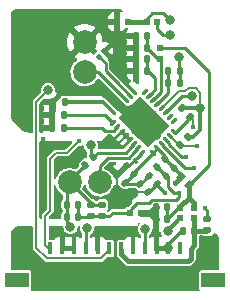
<source format=gbr>
%TF.GenerationSoftware,KiCad,Pcbnew,(6.0.5)*%
%TF.CreationDate,2023-11-29T10:11:24+07:00*%
%TF.ProjectId,lidar,6c696461-722e-46b6-9963-61645f706362,rev?*%
%TF.SameCoordinates,Original*%
%TF.FileFunction,Copper,L1,Top*%
%TF.FilePolarity,Positive*%
%FSLAX46Y46*%
G04 Gerber Fmt 4.6, Leading zero omitted, Abs format (unit mm)*
G04 Created by KiCad (PCBNEW (6.0.5)) date 2023-11-29 10:11:24*
%MOMM*%
%LPD*%
G01*
G04 APERTURE LIST*
G04 Aperture macros list*
%AMRoundRect*
0 Rectangle with rounded corners*
0 $1 Rounding radius*
0 $2 $3 $4 $5 $6 $7 $8 $9 X,Y pos of 4 corners*
0 Add a 4 corners polygon primitive as box body*
4,1,4,$2,$3,$4,$5,$6,$7,$8,$9,$2,$3,0*
0 Add four circle primitives for the rounded corners*
1,1,$1+$1,$2,$3*
1,1,$1+$1,$4,$5*
1,1,$1+$1,$6,$7*
1,1,$1+$1,$8,$9*
0 Add four rect primitives between the rounded corners*
20,1,$1+$1,$2,$3,$4,$5,0*
20,1,$1+$1,$4,$5,$6,$7,0*
20,1,$1+$1,$6,$7,$8,$9,0*
20,1,$1+$1,$8,$9,$2,$3,0*%
%AMRotRect*
0 Rectangle, with rotation*
0 The origin of the aperture is its center*
0 $1 length*
0 $2 width*
0 $3 Rotation angle, in degrees counterclockwise*
0 Add horizontal line*
21,1,$1,$2,0,0,$3*%
G04 Aperture macros list end*
%TA.AperFunction,SMDPad,CuDef*%
%ADD10RoundRect,0.140000X0.140000X0.170000X-0.140000X0.170000X-0.140000X-0.170000X0.140000X-0.170000X0*%
%TD*%
%TA.AperFunction,SMDPad,CuDef*%
%ADD11RoundRect,0.140000X0.219203X0.021213X0.021213X0.219203X-0.219203X-0.021213X-0.021213X-0.219203X0*%
%TD*%
%TA.AperFunction,SMDPad,CuDef*%
%ADD12RoundRect,0.140000X-0.140000X-0.170000X0.140000X-0.170000X0.140000X0.170000X-0.140000X0.170000X0*%
%TD*%
%TA.AperFunction,SMDPad,CuDef*%
%ADD13RoundRect,0.140000X-0.170000X0.140000X-0.170000X-0.140000X0.170000X-0.140000X0.170000X0.140000X0*%
%TD*%
%TA.AperFunction,SMDPad,CuDef*%
%ADD14RoundRect,0.140000X-0.219203X-0.021213X-0.021213X-0.219203X0.219203X0.021213X0.021213X0.219203X0*%
%TD*%
%TA.AperFunction,SMDPad,CuDef*%
%ADD15RoundRect,0.135000X0.226274X0.035355X0.035355X0.226274X-0.226274X-0.035355X-0.035355X-0.226274X0*%
%TD*%
%TA.AperFunction,SMDPad,CuDef*%
%ADD16RoundRect,0.140000X0.021213X-0.219203X0.219203X-0.021213X-0.021213X0.219203X-0.219203X0.021213X0*%
%TD*%
%TA.AperFunction,SMDPad,CuDef*%
%ADD17RoundRect,0.100000X0.021213X0.162635X-0.162635X-0.021213X-0.021213X-0.162635X0.162635X0.021213X0*%
%TD*%
%TA.AperFunction,SMDPad,CuDef*%
%ADD18RoundRect,0.135000X0.035355X-0.226274X0.226274X-0.035355X-0.035355X0.226274X-0.226274X0.035355X0*%
%TD*%
%TA.AperFunction,SMDPad,CuDef*%
%ADD19R,0.600000X0.490000*%
%TD*%
%TA.AperFunction,SMDPad,CuDef*%
%ADD20RotRect,0.490000X0.600000X135.000000*%
%TD*%
%TA.AperFunction,SMDPad,CuDef*%
%ADD21RoundRect,0.135000X-0.135000X-0.185000X0.135000X-0.185000X0.135000X0.185000X-0.135000X0.185000X0*%
%TD*%
%TA.AperFunction,SMDPad,CuDef*%
%ADD22R,0.490000X0.600000*%
%TD*%
%TA.AperFunction,SMDPad,CuDef*%
%ADD23RoundRect,0.140000X-0.021213X0.219203X-0.219203X0.021213X0.021213X-0.219203X0.219203X-0.021213X0*%
%TD*%
%TA.AperFunction,SMDPad,CuDef*%
%ADD24RoundRect,0.002400X-0.127279X-0.293591X0.293591X0.127279X0.127279X0.293591X-0.293591X-0.127279X0*%
%TD*%
%TA.AperFunction,SMDPad,CuDef*%
%ADD25RoundRect,0.002400X0.127279X-0.293591X0.293591X-0.127279X-0.127279X0.293591X-0.293591X0.127279X0*%
%TD*%
%TA.AperFunction,SMDPad,CuDef*%
%ADD26RotRect,2.550000X3.550000X45.000000*%
%TD*%
%TA.AperFunction,ComponentPad*%
%ADD27C,0.400000*%
%TD*%
%TA.AperFunction,SMDPad,CuDef*%
%ADD28RoundRect,0.140000X0.170000X-0.140000X0.170000X0.140000X-0.170000X0.140000X-0.170000X-0.140000X0*%
%TD*%
%TA.AperFunction,SMDPad,CuDef*%
%ADD29R,0.400000X1.000000*%
%TD*%
%TA.AperFunction,SMDPad,CuDef*%
%ADD30R,2.000000X1.300000*%
%TD*%
%TA.AperFunction,ComponentPad*%
%ADD31C,2.000000*%
%TD*%
%TA.AperFunction,ViaPad*%
%ADD32C,0.400000*%
%TD*%
%TA.AperFunction,ViaPad*%
%ADD33C,0.800000*%
%TD*%
%TA.AperFunction,Conductor*%
%ADD34C,0.250000*%
%TD*%
%TA.AperFunction,Conductor*%
%ADD35C,0.300000*%
%TD*%
%TA.AperFunction,Conductor*%
%ADD36C,0.800000*%
%TD*%
%TA.AperFunction,Conductor*%
%ADD37C,0.600000*%
%TD*%
%TA.AperFunction,Conductor*%
%ADD38C,0.400000*%
%TD*%
%TA.AperFunction,Conductor*%
%ADD39C,0.200000*%
%TD*%
%TA.AperFunction,Conductor*%
%ADD40C,0.239800*%
%TD*%
%TA.AperFunction,Conductor*%
%ADD41C,0.150000*%
%TD*%
G04 APERTURE END LIST*
D10*
%TO.P,C21,1*%
%TO.N,/AVDD_DUT_3P3V*%
X138280000Y-76700000D03*
%TO.P,C21,2*%
%TO.N,GND1*%
X137320000Y-76700000D03*
%TD*%
D11*
%TO.P,C27,1*%
%TO.N,/IOVDD_DUT*%
X136432311Y-88146511D03*
%TO.P,C27,2*%
%TO.N,GND*%
X135753489Y-87467689D03*
%TD*%
D10*
%TO.P,C19,1*%
%TO.N,GND2*%
X132480000Y-91000000D03*
%TO.P,C19,2*%
%TO.N,/VDD_LED*%
X131520000Y-91000000D03*
%TD*%
D12*
%TO.P,C14,1*%
%TO.N,Net-(C14-Pad1)*%
X140100000Y-78700000D03*
%TO.P,C14,2*%
%TO.N,GND*%
X141060000Y-78700000D03*
%TD*%
D13*
%TO.P,C25,1*%
%TO.N,/VDD_LED*%
X133500000Y-90020000D03*
%TO.P,C25,2*%
%TO.N,GND2*%
X133500000Y-90980000D03*
%TD*%
D14*
%TO.P,C7,1*%
%TO.N,/IOVDD_DUT*%
X138460589Y-87560589D03*
%TO.P,C7,2*%
%TO.N,GND*%
X139139411Y-88239411D03*
%TD*%
D10*
%TO.P,C23,1*%
%TO.N,/VDD_3P3*%
X139980000Y-91200000D03*
%TO.P,C23,2*%
%TO.N,GND3*%
X139020000Y-91200000D03*
%TD*%
D14*
%TO.P,C28,1*%
%TO.N,GND*%
X136460589Y-86760589D03*
%TO.P,C28,2*%
%TO.N,/IOVDD_DUT*%
X137139411Y-87439411D03*
%TD*%
D15*
%TO.P,R12,1*%
%TO.N,/SDA_S*%
X141960624Y-82560624D03*
%TO.P,R12,2*%
%TO.N,/IOVDD_DUT*%
X141239376Y-81839376D03*
%TD*%
D16*
%TO.P,C30,1*%
%TO.N,GND2*%
X139860589Y-87539411D03*
%TO.P,C30,2*%
%TO.N,/IOVDD_DUT*%
X140539411Y-86860589D03*
%TD*%
D17*
%TO.P,C17,1*%
%TO.N,GND1*%
X134660589Y-77008040D03*
%TO.P,C17,2*%
%TO.N,Net-(C17-Pad2)*%
X134208041Y-77460588D03*
%TD*%
D18*
%TO.P,R11,1*%
%TO.N,/SCL_S*%
X141039376Y-84960624D03*
%TO.P,R11,2*%
%TO.N,/IOVDD_DUT*%
X141760624Y-84239376D03*
%TD*%
D11*
%TO.P,C8,1*%
%TO.N,GND*%
X138396911Y-88953611D03*
%TO.P,C8,2*%
%TO.N,/IOVDD_DUT*%
X137718089Y-88274789D03*
%TD*%
D12*
%TO.P,C18,1*%
%TO.N,/VDD_LED*%
X131520000Y-90000000D03*
%TO.P,C18,2*%
%TO.N,GND2*%
X132480000Y-90000000D03*
%TD*%
D10*
%TO.P,C15,1*%
%TO.N,Net-(C13-Pad2)*%
X138300000Y-78700000D03*
%TO.P,C15,2*%
%TO.N,GND1*%
X137340000Y-78700000D03*
%TD*%
D19*
%TO.P,FB7,1*%
%TO.N,/VDD_3P3*%
X142300000Y-90245000D03*
%TO.P,FB7,2*%
%TO.N,/VDD_EXT_3P3*%
X142300000Y-91155000D03*
%TD*%
D20*
%TO.P,FB5,1*%
%TO.N,/VDD_3P3*%
X141821734Y-88321734D03*
%TO.P,FB5,2*%
%TO.N,/IOVDD_DUT*%
X141178266Y-87678266D03*
%TD*%
D21*
%TO.P,R17,1*%
%TO.N,GND1*%
X130265000Y-83500000D03*
%TO.P,R17,2*%
%TO.N,Net-(R17-Pad2)*%
X131285000Y-83500000D03*
%TD*%
D22*
%TO.P,FB4,1*%
%TO.N,GND3*%
X137755000Y-90700000D03*
%TO.P,FB4,2*%
%TO.N,GND2*%
X136845000Y-90700000D03*
%TD*%
D23*
%TO.P,C20,1*%
%TO.N,GND2*%
X133739411Y-85960589D03*
%TO.P,C20,2*%
%TO.N,/VDD_LED*%
X133060589Y-86639411D03*
%TD*%
D24*
%TO.P,U1,1,A1*%
%TO.N,Net-(R16-Pad2)*%
X135419060Y-83106066D03*
%TO.P,U1,2,A2*%
%TO.N,Net-(R17-Pad2)*%
X135772614Y-83459619D03*
%TO.P,U1,3,IOVSS*%
%TO.N,GND*%
X136126167Y-83813173D03*
%TO.P,U1,4,TX2*%
X136479720Y-84166726D03*
%TO.P,U1,5,TX1*%
X136833274Y-84520280D03*
%TO.P,U1,6,VSSL*%
%TO.N,GND2*%
X137186827Y-84873833D03*
%TO.P,U1,7,TX0*%
%TO.N,Net-(D1-PadC)*%
X137540381Y-85227386D03*
%TO.P,U1,8,IOVSS*%
%TO.N,GND*%
X137893934Y-85580940D03*
D25*
%TO.P,U1,9,IOVDD*%
%TO.N,/IOVDD_DUT*%
X138813173Y-85580940D03*
%TO.P,U1,10,IOVDD*%
X139166726Y-85227386D03*
%TO.P,U1,11,GP1*%
%TO.N,/GP1*%
X139520280Y-84873833D03*
%TO.P,U1,12,GP2*%
%TO.N,/GP2*%
X139873833Y-84520280D03*
%TO.P,U1,13,SCL_S*%
%TO.N,/SCL_S*%
X140227386Y-84166726D03*
%TO.P,U1,14,SDA_S*%
%TO.N,/SDA_S*%
X140580940Y-83813173D03*
D24*
%TO.P,U1,15,SCL_M*%
%TO.N,unconnected-(U1-Pad15)*%
X140580940Y-82893934D03*
%TO.P,U1,16,SDA_M*%
%TO.N,unconnected-(U1-Pad16)*%
X140227386Y-82540381D03*
%TO.P,U1,17,~{RST_MS}*%
%TO.N,/VSYNC_RST*%
X139873833Y-82186827D03*
%TO.P,U1,18,REG_MODE*%
%TO.N,/IOVDD_DUT*%
X139520280Y-81833274D03*
%TO.P,U1,19,DVDD*%
%TO.N,Net-(C14-Pad1)*%
X139166726Y-81479720D03*
%TO.P,U1,20,AVDD3*%
%TO.N,/AVDD_DUT_3P3V*%
X138813173Y-81126167D03*
%TO.P,U1,21,AVDD*%
%TO.N,Net-(C13-Pad2)*%
X138459619Y-80772614D03*
%TO.P,U1,22*%
%TO.N,N/C*%
X138106066Y-80419060D03*
D25*
%TO.P,U1,23,AVSS*%
%TO.N,GND1*%
X137186827Y-80419060D03*
%TO.P,U1,24,INM*%
%TO.N,Net-(C17-Pad2)*%
X136833274Y-80772614D03*
%TO.P,U1,25,INP*%
%TO.N,Net-(D2-Pad2)*%
X136479720Y-81126167D03*
%TO.P,U1,26,AVSS*%
%TO.N,GND1*%
X136126167Y-81479720D03*
%TO.P,U1,27,AVSS*%
X135772614Y-81833274D03*
%TO.P,U1,28,A0*%
%TO.N,Net-(R15-Pad2)*%
X135419060Y-82186827D03*
D26*
%TO.P,U1,29,AVSS*%
%TO.N,GND1*%
X138000000Y-83000000D03*
D27*
%TO.P,U1,30,AVSS*%
X137275216Y-83724784D03*
%TO.P,U1,31,AVSS*%
X138000000Y-83000000D03*
%TO.P,U1,32,AVSS*%
X138724784Y-82275216D03*
%TO.P,U1,33,AVSS*%
X136921662Y-81921662D03*
%TO.P,U1,34,AVSS*%
X139078338Y-84078338D03*
%TD*%
D28*
%TO.P,C26,1*%
%TO.N,GND2*%
X134500000Y-90980000D03*
%TO.P,C26,2*%
%TO.N,/VDD_LED*%
X134500000Y-90020000D03*
%TD*%
D12*
%TO.P,C13,1*%
%TO.N,GND1*%
X137320000Y-77700000D03*
%TO.P,C13,2*%
%TO.N,Net-(C13-Pad2)*%
X138280000Y-77700000D03*
%TD*%
D19*
%TO.P,FB2,1*%
%TO.N,/VDD_3P3*%
X141100000Y-90245000D03*
%TO.P,FB2,2*%
%TO.N,/VDD_LED*%
X141100000Y-91155000D03*
%TD*%
D22*
%TO.P,FB3,1*%
%TO.N,GND3*%
X136655000Y-74500000D03*
%TO.P,FB3,2*%
%TO.N,GND1*%
X135745000Y-74500000D03*
%TD*%
%TO.P,FB6,1*%
%TO.N,GND3*%
X138245000Y-74500000D03*
%TO.P,FB6,2*%
%TO.N,GND*%
X139155000Y-74500000D03*
%TD*%
D19*
%TO.P,FB1,1*%
%TO.N,/VDD_3P3*%
X139400000Y-76745000D03*
%TO.P,FB1,2*%
%TO.N,/AVDD_DUT_3P3V*%
X139400000Y-77655000D03*
%TD*%
D28*
%TO.P,C37,1*%
%TO.N,/VDD_EXT_3P3*%
X143400000Y-92180000D03*
%TO.P,C37,2*%
%TO.N,GND3*%
X143400000Y-91220000D03*
%TD*%
D21*
%TO.P,R15,1*%
%TO.N,GND1*%
X130290000Y-81300000D03*
%TO.P,R15,2*%
%TO.N,Net-(R15-Pad2)*%
X131310000Y-81300000D03*
%TD*%
D12*
%TO.P,C22,1*%
%TO.N,GND1*%
X137320000Y-75700000D03*
%TO.P,C22,2*%
%TO.N,/AVDD_DUT_3P3V*%
X138280000Y-75700000D03*
%TD*%
D23*
%TO.P,C29,1*%
%TO.N,/IOVDD_DUT*%
X139839411Y-86160589D03*
%TO.P,C29,2*%
%TO.N,GND2*%
X139160589Y-86839411D03*
%TD*%
D21*
%TO.P,R16,1*%
%TO.N,GND1*%
X130265000Y-82400000D03*
%TO.P,R16,2*%
%TO.N,Net-(R16-Pad2)*%
X131285000Y-82400000D03*
%TD*%
D29*
%TO.P,J1,1,Pin_1*%
%TO.N,/SDA_S*%
X130100000Y-93700000D03*
%TO.P,J1,2,Pin_2*%
%TO.N,GND3*%
X131100000Y-93700000D03*
%TO.P,J1,3,Pin_3*%
X132100000Y-93700000D03*
%TO.P,J1,4,Pin_4*%
%TO.N,/GP2*%
X133100000Y-93700000D03*
%TO.P,J1,5,Pin_5*%
%TO.N,GND3*%
X134100000Y-93700000D03*
%TO.P,J1,6,Pin_6*%
%TO.N,/VSYNC_RST*%
X135100000Y-93700000D03*
%TO.P,J1,7,Pin_7*%
%TO.N,/VDD_EXT_3P3*%
X136100000Y-93700000D03*
%TO.P,J1,8,Pin_8*%
%TO.N,GND3*%
X137100000Y-93700000D03*
%TO.P,J1,9,Pin_9*%
%TO.N,/GP1*%
X138100000Y-93700000D03*
%TO.P,J1,10,Pin_10*%
%TO.N,GND3*%
X139100000Y-93700000D03*
%TO.P,J1,11,Pin_11*%
X140100000Y-93700000D03*
%TO.P,J1,12,Pin_12*%
%TO.N,/SCL_S*%
X141100000Y-93700000D03*
D30*
%TO.P,J1,MP*%
%TO.N,N/C*%
X143900000Y-96400000D03*
X127300000Y-96400000D03*
%TD*%
D12*
%TO.P,C24,1*%
%TO.N,GND3*%
X139020000Y-90200000D03*
%TO.P,C24,2*%
%TO.N,/VDD_3P3*%
X139980000Y-90200000D03*
%TD*%
D10*
%TO.P,C16,1*%
%TO.N,GND*%
X141060000Y-79700000D03*
%TO.P,C16,2*%
%TO.N,Net-(C14-Pad1)*%
X140100000Y-79700000D03*
%TD*%
D12*
%TO.P,C38,1*%
%TO.N,GND3*%
X141320000Y-92200000D03*
%TO.P,C38,2*%
%TO.N,/VDD_EXT_3P3*%
X142280000Y-92200000D03*
%TD*%
D31*
%TO.P,D2,1*%
%TO.N,GND1*%
X133000000Y-76230000D03*
%TO.P,D2,2*%
%TO.N,Net-(D2-Pad2)*%
X133000000Y-78770000D03*
%TD*%
%TO.P,D1,A*%
%TO.N,/VDD_LED*%
X131730000Y-88100000D03*
%TO.P,D1,C*%
%TO.N,Net-(D1-PadC)*%
X134270000Y-88100000D03*
%TD*%
D32*
%TO.N,GND1*%
X139000000Y-83100000D03*
X137000000Y-82700000D03*
X137921662Y-84078338D03*
X137856274Y-81891352D03*
%TO.N,GND3*%
X143200000Y-90300000D03*
D33*
X140200000Y-74400000D03*
X140100000Y-93700000D03*
D32*
%TO.N,GND*%
X130600000Y-90900000D03*
D33*
X140200000Y-75600000D03*
D32*
X129400000Y-90400000D03*
X129500000Y-84400000D03*
D33*
X141000000Y-77500000D03*
D32*
X129400000Y-85700000D03*
X139800000Y-89000000D03*
X132600000Y-85700000D03*
D33*
%TO.N,/VDD_LED*%
X140026944Y-92226944D03*
X131800000Y-91900000D03*
D32*
%TO.N,GND2*%
X140979122Y-88979122D03*
D33*
X133513000Y-84979000D03*
%TO.N,/IOVDD_DUT*%
X142750000Y-81850000D03*
D32*
X140674500Y-88200000D03*
%TO.N,/SCL_S*%
X142500000Y-85000000D03*
%TO.N,/SDA_S*%
X132500000Y-84600000D03*
X142200000Y-83400000D03*
D33*
%TO.N,/GP1*%
X138100000Y-92050500D03*
D32*
X142300000Y-86900000D03*
%TO.N,/GP2*%
X141600000Y-86000000D03*
D33*
X133200000Y-92000000D03*
%TO.N,/VSYNC_RST*%
X142100000Y-80800000D03*
X129900000Y-80300000D03*
%TD*%
D34*
%TO.N,/AVDD_DUT_3P3V*%
X139235000Y-77655000D02*
X138280000Y-76700000D01*
X139450000Y-77705000D02*
X139450000Y-80489800D01*
X139116000Y-80823700D02*
X138813500Y-81126200D01*
X139400000Y-77655000D02*
X139450000Y-77705000D01*
X139400000Y-77655000D02*
X139235000Y-77655000D01*
X138813500Y-81126200D02*
X138813200Y-81126200D01*
X138280000Y-76700000D02*
X138280000Y-75700000D01*
X139450000Y-80489800D02*
X139116000Y-80823700D01*
%TO.N,GND1*%
X133000000Y-76230000D02*
X134730000Y-74500000D01*
D35*
X134100000Y-80000000D02*
X134300000Y-80200000D01*
D36*
X138000000Y-83000000D02*
X136939000Y-81939000D01*
D37*
X136921662Y-81921662D02*
X137856274Y-81891352D01*
D34*
X136600000Y-78700000D02*
X136100000Y-79200000D01*
D36*
X138000000Y-83000000D02*
X139061000Y-84061000D01*
D38*
X131180000Y-80300000D02*
X134400000Y-80300000D01*
D34*
X137320000Y-78700000D02*
X137320000Y-77700000D01*
D36*
X138000000Y-83000000D02*
X137292554Y-83707446D01*
D38*
X130290000Y-81190000D02*
X131180000Y-80300000D01*
D36*
X138000000Y-83000000D02*
X138707446Y-82292554D01*
D35*
X135772614Y-81833274D02*
X134439340Y-80500000D01*
D37*
X137856274Y-81891352D02*
X138371230Y-81921662D01*
D36*
X137300000Y-83000000D02*
X137000000Y-82700000D01*
D35*
X134500000Y-80400000D02*
X134300000Y-80400000D01*
D34*
X137320000Y-75700000D02*
X137300000Y-75720000D01*
D38*
X134400000Y-80300000D02*
X134500000Y-80400000D01*
D37*
X137921662Y-84078338D02*
X137628770Y-84078338D01*
D35*
X136126167Y-81479721D02*
X135952944Y-81652944D01*
X134582739Y-79900000D02*
X134200000Y-79900000D01*
D34*
X135772600Y-81833300D02*
X135773000Y-81833300D01*
X138724800Y-82116300D02*
X138724800Y-82275200D01*
X137340000Y-78700000D02*
X137320000Y-78700000D01*
X138725000Y-82275200D02*
X138725000Y-82116100D01*
D38*
X130290000Y-81300000D02*
X130290000Y-81190000D01*
D35*
X136126167Y-81479720D02*
X136126167Y-81479721D01*
X135952944Y-81652944D02*
X135788430Y-81817458D01*
D34*
X137300000Y-76680000D02*
X137320000Y-76700000D01*
X138725000Y-82116100D02*
X138724800Y-82116300D01*
X134730000Y-74500000D02*
X135745000Y-74500000D01*
X136100000Y-79200000D02*
X136100000Y-79332233D01*
X137320000Y-77700000D02*
X137320000Y-76700000D01*
X137340000Y-78700000D02*
X136600000Y-78700000D01*
X136100000Y-79332233D02*
X137186827Y-80419060D01*
D36*
X138000000Y-83000000D02*
X137300000Y-83000000D01*
D35*
X134200000Y-79900000D02*
X134100000Y-80000000D01*
X136126167Y-81443428D02*
X134582739Y-79900000D01*
D37*
X138371230Y-81921662D02*
X138724784Y-82275216D01*
D34*
X136922000Y-81921700D02*
X136921700Y-81921700D01*
X133450000Y-76680000D02*
X133000000Y-76230000D01*
X137300000Y-75720000D02*
X137300000Y-76680000D01*
D37*
X139078338Y-84078338D02*
X137921662Y-84078338D01*
D35*
X136126167Y-81479720D02*
X136126167Y-81443428D01*
X135952944Y-81652944D02*
X134700000Y-80400000D01*
D37*
X137628770Y-84078338D02*
X137275216Y-83724784D01*
D36*
X137000000Y-82700000D02*
X135700000Y-81400000D01*
D35*
X134700000Y-80400000D02*
X134500000Y-80400000D01*
X134300000Y-80200000D02*
X134700000Y-80200000D01*
D34*
%TO.N,/VDD_3P3*%
X141100000Y-90245000D02*
X140935000Y-90245000D01*
X140935000Y-90245000D02*
X139980000Y-91200000D01*
D38*
X141100000Y-90245000D02*
X141100000Y-90121734D01*
X141100000Y-90121734D02*
X141821734Y-89400000D01*
X142300000Y-89878266D02*
X141821734Y-89400000D01*
X141821734Y-89400000D02*
X141821734Y-88321734D01*
D34*
X143500000Y-86643700D02*
X143500000Y-78745000D01*
D38*
X141100000Y-90245000D02*
X141075000Y-90220000D01*
D34*
X139980000Y-91200000D02*
X139980000Y-90200000D01*
D38*
X142300000Y-90245000D02*
X142300000Y-89878266D01*
D34*
X141822000Y-88321700D02*
X143500000Y-86643700D01*
X143500000Y-78745000D02*
X141500000Y-76745000D01*
X141500000Y-76745000D02*
X139400000Y-76745000D01*
%TO.N,GND3*%
X140900000Y-92500978D02*
X140900000Y-92500000D01*
X140200000Y-74400000D02*
X139600000Y-73800000D01*
X143200000Y-90300000D02*
X143400000Y-90500000D01*
X138245000Y-74255000D02*
X138245000Y-74500000D01*
D37*
X137755000Y-90700000D02*
X138520000Y-90700000D01*
D34*
X143400000Y-90500000D02*
X143400000Y-91220000D01*
X140900000Y-92500000D02*
X141200000Y-92200000D01*
D37*
X138520000Y-90700000D02*
X139020000Y-90200000D01*
D34*
X140100000Y-93300978D02*
X140900000Y-92500978D01*
X140100000Y-93800000D02*
X140100000Y-93300978D01*
X141200000Y-92200000D02*
X141320000Y-92200000D01*
D37*
X139020000Y-91200000D02*
X138520000Y-90700000D01*
D38*
X136655000Y-74500000D02*
X138245000Y-74500000D01*
D34*
X139600000Y-73800000D02*
X138700000Y-73800000D01*
X138700000Y-73800000D02*
X138245000Y-74255000D01*
%TO.N,GND*%
X136829800Y-84516800D02*
X136829800Y-84516700D01*
X139600000Y-75600000D02*
X140200000Y-75600000D01*
X136829800Y-84516700D02*
X136829600Y-84516700D01*
X139155000Y-74500000D02*
X139155000Y-75155000D01*
X138425000Y-88953600D02*
X138782000Y-88596500D01*
X138782300Y-88596500D02*
X139139400Y-88239400D01*
X136126100Y-83813300D02*
X136126100Y-83813400D01*
X135753500Y-87467600D02*
X135753000Y-87467500D01*
X139139411Y-88339411D02*
X139800000Y-89000000D01*
X136480000Y-84166700D02*
X136480000Y-84167000D01*
X138782000Y-88596500D02*
X138782300Y-88596500D01*
D39*
X136377419Y-88953611D02*
X138396911Y-88953611D01*
D34*
X139155000Y-75155000D02*
X139600000Y-75600000D01*
X137893900Y-85581200D02*
X137501000Y-85974100D01*
X136461000Y-86760600D02*
X136146000Y-87074900D01*
X136305500Y-83992600D02*
X136305600Y-83992600D01*
X139139411Y-88239411D02*
X139139411Y-88339411D01*
D39*
X135753489Y-88329681D02*
X136377419Y-88953611D01*
D34*
X136126100Y-83813400D02*
X136126000Y-83813300D01*
X141000000Y-77500000D02*
X141000000Y-78640000D01*
X136714000Y-86760600D02*
X137501000Y-85974100D01*
X136485000Y-84171900D02*
X136305500Y-83992600D01*
X138397000Y-88953600D02*
X138396900Y-88953600D01*
X135753000Y-87467500D02*
X135753000Y-87467700D01*
X141060000Y-79257000D02*
X141060000Y-78700000D01*
X141000000Y-78640000D02*
X141060000Y-78700000D01*
X141060000Y-79700000D02*
X141060000Y-79257000D01*
X137893900Y-85580900D02*
X137893900Y-85581200D01*
X136485000Y-84171900D02*
X136659000Y-84346100D01*
X136833300Y-84520300D02*
X136829800Y-84516800D01*
X138782000Y-88596500D02*
X139139000Y-88239400D01*
X136305500Y-83992600D02*
X136126100Y-83813400D01*
X135754000Y-87467700D02*
X135753500Y-87467600D01*
X138397000Y-88953600D02*
X138425000Y-88953600D01*
X136829600Y-84516700D02*
X136659000Y-84346100D01*
D39*
X135753489Y-87467689D02*
X135753489Y-88329681D01*
D34*
X136480000Y-84167000D02*
X136485000Y-84171900D01*
X136126200Y-83813200D02*
X136126100Y-83813300D01*
X136146000Y-87074900D02*
X136461000Y-86760600D01*
X136460600Y-86760600D02*
X136461000Y-86760600D01*
X135753500Y-87467600D02*
X135753500Y-87467700D01*
X136461000Y-86760600D02*
X136714000Y-86760600D01*
X136305600Y-83992600D02*
X136479700Y-84166700D01*
X136146000Y-87074900D02*
X135753000Y-87467500D01*
%TO.N,/VDD_LED*%
X132839300Y-86861200D02*
X132396000Y-87304700D01*
X131520000Y-91620000D02*
X131800000Y-91900000D01*
D35*
X140028056Y-92226944D02*
X141100000Y-91155000D01*
D34*
X131730000Y-87970000D02*
X132396000Y-87304700D01*
X131520000Y-88310000D02*
X131730000Y-88100000D01*
X131520000Y-91000000D02*
X131520000Y-90000000D01*
X133060600Y-86639900D02*
X133060600Y-86639400D01*
X133500000Y-89870000D02*
X131730000Y-88100000D01*
X132396000Y-87304700D02*
X133061000Y-86639600D01*
X133061000Y-86639400D02*
X132839300Y-86861200D01*
X131520000Y-90000000D02*
X131520000Y-88310000D01*
X134500000Y-90020000D02*
X133500000Y-90020000D01*
X133500000Y-90020000D02*
X133500000Y-89870000D01*
X131730000Y-88100000D02*
X131730000Y-87970000D01*
X133061000Y-86639600D02*
X133061000Y-86639400D01*
X132839300Y-86861200D02*
X133060600Y-86639900D01*
X131520000Y-91000000D02*
X131520000Y-91620000D01*
D35*
X140026944Y-92226944D02*
X140028056Y-92226944D01*
D34*
%TO.N,GND2*%
X135384000Y-90700000D02*
X136845000Y-90700000D01*
X133739000Y-85960400D02*
X133739000Y-85960600D01*
X138687590Y-89565480D02*
X138415480Y-89837590D01*
X140734520Y-89565480D02*
X138687590Y-89565480D01*
X137186800Y-84873800D02*
X137187000Y-84873800D01*
X132480000Y-91000000D02*
X133480000Y-91000000D01*
X139160600Y-86839400D02*
X139161000Y-86839400D01*
X140600000Y-89000000D02*
X140100000Y-88500000D01*
X140979122Y-88979122D02*
X140979122Y-89320878D01*
X134100000Y-85600000D02*
X136461000Y-85600000D01*
X137462410Y-89837590D02*
X136900000Y-90400000D01*
X139861000Y-87539400D02*
X139861000Y-87539000D01*
X133920000Y-85780300D02*
X134100000Y-85600000D01*
X134500000Y-90980000D02*
X135104000Y-90980000D01*
X140979122Y-88979122D02*
X140958244Y-89000000D01*
X137187000Y-84873800D02*
X137187000Y-84874100D01*
X137187000Y-84874100D02*
X136824000Y-85236900D01*
X138415480Y-89837590D02*
X137462410Y-89837590D01*
X132480000Y-90000000D02*
X132480000Y-91000000D01*
X133739400Y-85960600D02*
X133739000Y-85960600D01*
X136824000Y-85236900D02*
X137187000Y-84873800D01*
X139860600Y-87539400D02*
X139861000Y-87539400D01*
X133513000Y-84979000D02*
X133513000Y-85734100D01*
X133500000Y-90980000D02*
X134500000Y-90980000D01*
X139861000Y-87539000D02*
X139161000Y-86839400D01*
X140979122Y-89320878D02*
X140734520Y-89565480D01*
X133920000Y-85780300D02*
X133739000Y-85960400D01*
X136461000Y-85600000D02*
X136824000Y-85236900D01*
X134500000Y-90980000D02*
X135104000Y-90980000D01*
X135104000Y-90980000D02*
X135384000Y-90700000D01*
X140958244Y-89000000D02*
X140600000Y-89000000D01*
X133513000Y-85734100D02*
X133739000Y-85960600D01*
X140100000Y-87778822D02*
X139860589Y-87539411D01*
X140100000Y-88500000D02*
X140100000Y-87778822D01*
X139861000Y-87539000D02*
X139861000Y-87539400D01*
X133739000Y-85960600D02*
X133920000Y-85780300D01*
X133480000Y-91000000D02*
X133500000Y-90980000D01*
%TO.N,/IOVDD_DUT*%
X138813000Y-85580900D02*
X138813000Y-85580800D01*
D35*
X142739376Y-81839376D02*
X141239376Y-81839376D01*
X142750000Y-83650000D02*
X142750000Y-81850000D01*
X142160624Y-84239376D02*
X142750000Y-83650000D01*
D34*
X138432289Y-87560589D02*
X137718089Y-88274789D01*
X138813200Y-85580900D02*
X138813000Y-85580900D01*
X139167000Y-85227400D02*
X139839000Y-85900100D01*
D40*
X139061900Y-85121800D02*
X139061900Y-85122600D01*
D39*
X141810741Y-80100000D02*
X142389259Y-80100000D01*
D34*
X137139400Y-87439400D02*
X137139000Y-87439400D01*
X138813000Y-85580800D02*
X139167000Y-85227400D01*
X139062000Y-85121800D02*
X139062000Y-85122300D01*
D39*
X142799511Y-80510252D02*
X142799511Y-81800489D01*
D40*
X139062000Y-85121800D02*
X139062000Y-85122300D01*
D34*
X141178000Y-87499400D02*
X140539000Y-86860600D01*
X141178000Y-87678300D02*
X141178000Y-87499400D01*
D40*
X139062000Y-85122300D02*
X139062000Y-85122600D01*
D34*
X139166700Y-85227400D02*
X139061900Y-85122600D01*
X137139000Y-87439400D02*
X137139000Y-87254700D01*
X139061900Y-85121800D02*
X139061900Y-85122300D01*
D39*
X140978073Y-80375481D02*
X141535260Y-80375481D01*
D34*
X137139000Y-87254700D02*
X138813000Y-85580900D01*
X136432000Y-88146500D02*
X137139000Y-87439400D01*
X139061900Y-85122300D02*
X139167000Y-85227400D01*
D35*
X141760624Y-84239376D02*
X142160624Y-84239376D01*
D34*
X137718089Y-88274789D02*
X136560589Y-88274789D01*
D39*
X139520280Y-81833274D02*
X140978073Y-80375481D01*
D34*
X139062000Y-85122300D02*
X139167000Y-85227400D01*
D39*
X141535260Y-80375481D02*
X141810741Y-80100000D01*
D34*
X138460589Y-87560589D02*
X138432289Y-87560589D01*
D38*
X140674500Y-88182032D02*
X141178266Y-87678266D01*
D34*
X139167000Y-85227400D02*
X139062000Y-85122600D01*
X136432300Y-88146500D02*
X136432000Y-88146500D01*
D38*
X140674500Y-88200000D02*
X140674500Y-88182032D01*
D35*
X142750000Y-81850000D02*
X142739376Y-81839376D01*
D34*
X139839000Y-86160600D02*
X140539000Y-86860600D01*
X139839400Y-86160600D02*
X139839000Y-86160600D01*
X139839000Y-85900100D02*
X139839000Y-86160600D01*
X138813000Y-85580900D02*
X138813000Y-85580800D01*
X136560589Y-88274789D02*
X136432311Y-88146511D01*
D39*
X142799511Y-81800489D02*
X142750000Y-81850000D01*
X142389259Y-80100000D02*
X142799511Y-80510252D01*
D38*
%TO.N,/VDD_EXT_3P3*%
X136100000Y-94200000D02*
X136700000Y-94800000D01*
X142300000Y-92180000D02*
X142280000Y-92200000D01*
X141749022Y-94800000D02*
X141990480Y-94558542D01*
X142300000Y-91255000D02*
X142300000Y-92180000D01*
X136100000Y-93800000D02*
X136100000Y-94200000D01*
X141990480Y-94558542D02*
X141990480Y-93709520D01*
X142280000Y-92200000D02*
X143280000Y-92200000D01*
X143280000Y-92200000D02*
X143300000Y-92180000D01*
X136700000Y-94800000D02*
X141749022Y-94800000D01*
X141990480Y-93709520D02*
X142280000Y-93420000D01*
X142280000Y-93420000D02*
X142280000Y-92200000D01*
D35*
%TO.N,/SCL_S*%
X141078752Y-85000000D02*
X141039376Y-84960624D01*
D34*
X141039400Y-84960600D02*
X141039000Y-84960600D01*
X140227400Y-84166700D02*
X140227200Y-84166700D01*
X140227200Y-84166700D02*
X140227000Y-84166900D01*
X141039000Y-84960600D02*
X141021000Y-84960600D01*
D41*
X142475500Y-85000000D02*
X141078752Y-85000000D01*
X141021000Y-84960600D02*
X140227000Y-84166900D01*
D34*
%TO.N,/SDA_S*%
X141960600Y-82560600D02*
X141961000Y-82560600D01*
D41*
X142200000Y-83400000D02*
X142200000Y-82800000D01*
D34*
X140581000Y-83813200D02*
X140580900Y-83813200D01*
X141648000Y-82873700D02*
X141961000Y-82560900D01*
D41*
X129675001Y-90924999D02*
X130100000Y-90500000D01*
X130100000Y-93800000D02*
X129675001Y-93375001D01*
D34*
X141961000Y-82560900D02*
X141961000Y-82560600D01*
D41*
X130600000Y-85600000D02*
X131500000Y-85600000D01*
X131500000Y-85600000D02*
X132500000Y-84600000D01*
D34*
X140708000Y-83813200D02*
X141648000Y-82873700D01*
D41*
X142200000Y-82800000D02*
X141960624Y-82560624D01*
X130100000Y-86100000D02*
X130600000Y-85600000D01*
X130100000Y-90500000D02*
X130100000Y-86100000D01*
D34*
X141961000Y-82560600D02*
X141648000Y-82873700D01*
X140581000Y-83813200D02*
X140708000Y-83813200D01*
D41*
X129675001Y-93375001D02*
X129675001Y-90924999D01*
D34*
%TO.N,/GP1*%
X139520280Y-84873833D02*
X139520280Y-84944895D01*
X139537673Y-84962255D02*
X141475418Y-86900000D01*
X139520280Y-84944895D02*
X139537673Y-84962255D01*
X138100000Y-92050500D02*
X138100000Y-93800000D01*
X141475418Y-86900000D02*
X142200000Y-86900000D01*
%TO.N,/GP2*%
X140140790Y-84787237D02*
X140140790Y-84902817D01*
X133100000Y-92100000D02*
X133200000Y-92000000D01*
X133100000Y-93800000D02*
X133100000Y-92100000D01*
X141237973Y-86000000D02*
X141600000Y-86000000D01*
X140140790Y-84902817D02*
X141237973Y-86000000D01*
X139873833Y-84520280D02*
X140140790Y-84787237D01*
%TO.N,/VSYNC_RST*%
X135100000Y-93859970D02*
X135100000Y-93800000D01*
X141260660Y-80800000D02*
X139873833Y-82186827D01*
D41*
X128900000Y-93659970D02*
X129789541Y-94549511D01*
X134410459Y-94549511D02*
X135100000Y-93859970D01*
X129789541Y-94549511D02*
X134410459Y-94549511D01*
X128900000Y-81300000D02*
X128900000Y-93659970D01*
X129900000Y-80300000D02*
X128900000Y-81300000D01*
D34*
X142100000Y-80800000D02*
X141260660Y-80800000D01*
%TO.N,Net-(D1-PadC)*%
X137129000Y-85638400D02*
X137540000Y-85227400D01*
X137540000Y-85227400D02*
X137540400Y-85227400D01*
X134270000Y-88100000D02*
X134270000Y-86730000D01*
X136718000Y-86049500D02*
X137129000Y-85638400D01*
X134950000Y-86049500D02*
X136718000Y-86049500D01*
X134270000Y-86730000D02*
X134950000Y-86049500D01*
%TO.N,Net-(D2-Pad2)*%
X136480000Y-81126200D02*
X135302000Y-79948100D01*
X133000000Y-78770000D02*
X134124000Y-78770000D01*
X134124000Y-78770000D02*
X135302000Y-79948100D01*
X135302000Y-79948100D02*
X136480000Y-81125800D01*
X136479700Y-81126200D02*
X136480000Y-81126200D01*
X136480000Y-81125800D02*
X136480000Y-81126200D01*
D35*
%TO.N,Net-(R15-Pad2)*%
X134532233Y-81300000D02*
X131310000Y-81300000D01*
X135419060Y-82186827D02*
X134532233Y-81300000D01*
D34*
%TO.N,Net-(R16-Pad2)*%
X135419000Y-83106100D02*
X135419100Y-83106100D01*
X131285000Y-82400000D02*
X134700000Y-82400000D01*
X134700000Y-82400000D02*
X135406000Y-83106100D01*
X135406000Y-83106100D02*
X135419000Y-83106100D01*
%TO.N,Net-(R17-Pad2)*%
X135505624Y-83726576D02*
X135772600Y-83459600D01*
X134726576Y-83726576D02*
X135505624Y-83726576D01*
X131285000Y-83500000D02*
X134500000Y-83500000D01*
X134500000Y-83500000D02*
X134726576Y-83726576D01*
%TO.N,Net-(C13-Pad2)*%
X138459600Y-80772600D02*
X138729800Y-80502400D01*
X138300000Y-78700000D02*
X138300000Y-77720000D01*
X138729800Y-80502400D02*
X138730000Y-80502400D01*
X139000000Y-80232200D02*
X138730000Y-80502400D01*
X139000000Y-79300000D02*
X139000000Y-80232200D01*
X138400000Y-78700000D02*
X139000000Y-79300000D01*
X138300000Y-77720000D02*
X138280000Y-77700000D01*
X138300000Y-78700000D02*
X138400000Y-78700000D01*
%TO.N,Net-(C14-Pad1)*%
X140100000Y-80546446D02*
X140100000Y-79700000D01*
X139166726Y-81479720D02*
X140100000Y-80546446D01*
X140100000Y-78700000D02*
X140100000Y-79700000D01*
%TO.N,Net-(C17-Pad2)*%
X134208041Y-77460588D02*
X134208041Y-77460589D01*
X134773726Y-78026274D02*
X134773726Y-78713026D01*
X135700000Y-79639340D02*
X136833274Y-80772614D01*
X134773726Y-78713026D02*
X135700000Y-79639300D01*
X134208041Y-77460589D02*
X134773726Y-78026274D01*
X135700000Y-79639300D02*
X135700000Y-79639340D01*
%TD*%
%TA.AperFunction,Conductor*%
%TO.N,GND*%
G36*
X131929567Y-84618907D02*
G01*
X131965531Y-84668407D01*
X131965531Y-84729593D01*
X131941380Y-84769004D01*
X131414880Y-85295504D01*
X131360363Y-85323281D01*
X131344876Y-85324500D01*
X130636885Y-85324500D01*
X130617572Y-85322598D01*
X130609563Y-85321005D01*
X130609562Y-85321005D01*
X130600000Y-85319103D01*
X130572868Y-85324500D01*
X130572867Y-85324500D01*
X130537442Y-85331547D01*
X130502070Y-85338582D01*
X130502068Y-85338583D01*
X130492505Y-85340485D01*
X130452697Y-85367084D01*
X130424378Y-85386006D01*
X130424377Y-85386007D01*
X130401376Y-85401376D01*
X130395957Y-85409486D01*
X130391426Y-85416267D01*
X130379115Y-85431269D01*
X129931269Y-85879115D01*
X129916267Y-85891426D01*
X129901376Y-85901376D01*
X129886007Y-85924377D01*
X129886006Y-85924378D01*
X129876935Y-85937954D01*
X129840485Y-85992505D01*
X129838583Y-86002068D01*
X129838582Y-86002070D01*
X129830671Y-86041841D01*
X129829745Y-86046498D01*
X129819103Y-86100000D01*
X129822184Y-86115486D01*
X129822598Y-86117569D01*
X129824500Y-86136884D01*
X129824500Y-90344876D01*
X129805593Y-90403067D01*
X129795504Y-90414880D01*
X129506270Y-90704114D01*
X129491268Y-90716425D01*
X129476377Y-90726375D01*
X129461008Y-90749376D01*
X129461007Y-90749377D01*
X129454233Y-90759515D01*
X129415486Y-90817504D01*
X129399501Y-90897866D01*
X129394104Y-90924999D01*
X129396006Y-90934560D01*
X129397599Y-90942568D01*
X129399501Y-90961883D01*
X129399501Y-91101000D01*
X129380594Y-91159191D01*
X129331094Y-91195155D01*
X129300501Y-91200000D01*
X129274500Y-91200000D01*
X129216309Y-91181093D01*
X129180345Y-91131593D01*
X129175500Y-91101000D01*
X129175500Y-84699000D01*
X129194407Y-84640809D01*
X129243907Y-84604845D01*
X129274500Y-84600000D01*
X131871376Y-84600000D01*
X131929567Y-84618907D01*
G37*
%TD.AperFunction*%
%TA.AperFunction,Conductor*%
G36*
X130554593Y-88377844D02*
G01*
X130570454Y-88411666D01*
X130592395Y-88498058D01*
X130593511Y-88502452D01*
X130685883Y-88702821D01*
X130813222Y-88883002D01*
X130971264Y-89036961D01*
X130975037Y-89039482D01*
X131150501Y-89156723D01*
X131188381Y-89204773D01*
X131194500Y-89239039D01*
X131194500Y-89492952D01*
X131175593Y-89551143D01*
X131165504Y-89562956D01*
X131096776Y-89631684D01*
X131093116Y-89639532D01*
X131093115Y-89639534D01*
X131071339Y-89686233D01*
X131046028Y-89740513D01*
X131039500Y-89790099D01*
X131039501Y-90209900D01*
X131039924Y-90213110D01*
X131039924Y-90213117D01*
X131044783Y-90250029D01*
X131046028Y-90259487D01*
X131049231Y-90266355D01*
X131092113Y-90358316D01*
X131096776Y-90368316D01*
X131158456Y-90429996D01*
X131186233Y-90484513D01*
X131176662Y-90544945D01*
X131158456Y-90570004D01*
X131096776Y-90631684D01*
X131093116Y-90639532D01*
X131093115Y-90639534D01*
X131052621Y-90726375D01*
X131046028Y-90740513D01*
X131039500Y-90790099D01*
X131039501Y-90962613D01*
X131039501Y-91101000D01*
X131020594Y-91159190D01*
X130971094Y-91195154D01*
X130940501Y-91200000D01*
X130049501Y-91200000D01*
X129991310Y-91181093D01*
X129955346Y-91131593D01*
X129950501Y-91101000D01*
X129950501Y-91080123D01*
X129969408Y-91021932D01*
X129979497Y-91010119D01*
X130268731Y-90720885D01*
X130283733Y-90708574D01*
X130290514Y-90704043D01*
X130298624Y-90698624D01*
X130314744Y-90674500D01*
X130359515Y-90607495D01*
X130380897Y-90500000D01*
X130377402Y-90482429D01*
X130375500Y-90463116D01*
X130375500Y-88436035D01*
X130394407Y-88377844D01*
X130443907Y-88341880D01*
X130505093Y-88341880D01*
X130554593Y-88377844D01*
G37*
%TD.AperFunction*%
%TA.AperFunction,Conductor*%
G36*
X133045528Y-88296995D02*
G01*
X133089353Y-88339691D01*
X133097691Y-88361414D01*
X133133511Y-88502452D01*
X133225883Y-88702821D01*
X133353222Y-88883002D01*
X133511264Y-89036961D01*
X133694717Y-89159540D01*
X133897436Y-89246635D01*
X133933927Y-89254892D01*
X134108206Y-89294328D01*
X134108211Y-89294329D01*
X134112632Y-89295329D01*
X134222865Y-89299660D01*
X134328565Y-89303813D01*
X134328566Y-89303813D01*
X134333098Y-89303991D01*
X134551452Y-89272331D01*
X134555751Y-89270872D01*
X134555754Y-89270871D01*
X134756078Y-89202870D01*
X134760379Y-89201410D01*
X134764344Y-89199190D01*
X134948925Y-89095819D01*
X134952884Y-89093602D01*
X135122518Y-88952518D01*
X135263602Y-88782884D01*
X135355272Y-88619196D01*
X135369192Y-88594340D01*
X135369193Y-88594338D01*
X135371410Y-88590379D01*
X135402749Y-88498058D01*
X135440871Y-88385754D01*
X135440872Y-88385751D01*
X135441951Y-88382573D01*
X135442331Y-88381452D01*
X135443058Y-88381699D01*
X135473030Y-88332788D01*
X135529558Y-88309372D01*
X135561948Y-88312177D01*
X135644380Y-88333343D01*
X135656646Y-88334892D01*
X135807906Y-88334892D01*
X135820175Y-88333342D01*
X135830287Y-88330746D01*
X135891352Y-88334588D01*
X135933449Y-88366369D01*
X135942146Y-88377704D01*
X135942157Y-88377716D01*
X135944124Y-88380280D01*
X136198542Y-88634697D01*
X136238221Y-88665145D01*
X136274145Y-88678220D01*
X136342922Y-88703253D01*
X136342925Y-88703254D01*
X136351059Y-88706214D01*
X136471137Y-88706214D01*
X136479271Y-88703254D01*
X136479274Y-88703253D01*
X136548051Y-88678220D01*
X136583975Y-88665145D01*
X136589980Y-88660537D01*
X136589982Y-88660536D01*
X136621079Y-88636673D01*
X136623653Y-88634698D01*
X136629066Y-88629285D01*
X136683583Y-88601508D01*
X136699070Y-88600289D01*
X137280626Y-88600289D01*
X137338817Y-88619196D01*
X137350629Y-88629285D01*
X137420042Y-88698697D01*
X137484320Y-88762975D01*
X137486882Y-88764941D01*
X137498236Y-88773654D01*
X137532889Y-88824081D01*
X137533854Y-88876813D01*
X137531258Y-88886925D01*
X137529708Y-88899194D01*
X137529708Y-89050454D01*
X137531257Y-89062721D01*
X137555346Y-89156537D01*
X137551504Y-89217602D01*
X137524335Y-89250443D01*
X137475194Y-89283204D01*
X137475192Y-89283205D01*
X137300000Y-89400000D01*
X137000000Y-89600000D01*
X137000000Y-89835301D01*
X136994282Y-89845392D01*
X136669170Y-90170504D01*
X136614653Y-90198281D01*
X136599166Y-90199500D01*
X136580252Y-90199500D01*
X136554005Y-90204721D01*
X136531334Y-90209230D01*
X136531332Y-90209231D01*
X136521769Y-90211133D01*
X136455448Y-90255448D01*
X136411133Y-90321769D01*
X136410096Y-90321076D01*
X136376931Y-90359910D01*
X136325201Y-90374500D01*
X135402534Y-90374500D01*
X135393905Y-90374123D01*
X135380818Y-90372978D01*
X135355193Y-90370736D01*
X135346826Y-90372978D01*
X135317651Y-90380796D01*
X135309216Y-90382666D01*
X135279483Y-90387908D01*
X135279481Y-90387909D01*
X135270955Y-90389412D01*
X135263456Y-90393742D01*
X135257971Y-90395738D01*
X135252684Y-90398204D01*
X135244316Y-90400446D01*
X135223703Y-90414880D01*
X135212489Y-90422732D01*
X135205208Y-90427371D01*
X135171545Y-90446806D01*
X135161145Y-90459200D01*
X135146569Y-90476571D01*
X135140735Y-90482939D01*
X135037611Y-90586063D01*
X134983094Y-90613840D01*
X134922662Y-90604269D01*
X134897603Y-90586063D01*
X134881544Y-90570004D01*
X134853767Y-90515487D01*
X134863338Y-90455055D01*
X134881544Y-90429996D01*
X134953224Y-90358316D01*
X134959201Y-90345500D01*
X135000769Y-90256356D01*
X135003972Y-90249487D01*
X135010500Y-90199901D01*
X135010499Y-89840100D01*
X135009868Y-89835301D01*
X135004961Y-89798025D01*
X135004961Y-89798024D01*
X135003972Y-89790513D01*
X134980657Y-89740513D01*
X134956885Y-89689534D01*
X134956884Y-89689532D01*
X134953224Y-89681684D01*
X134868316Y-89596776D01*
X134860468Y-89593116D01*
X134860466Y-89593115D01*
X134766356Y-89549231D01*
X134759487Y-89546028D01*
X134709901Y-89539500D01*
X134500033Y-89539500D01*
X134290100Y-89539501D01*
X134286890Y-89539924D01*
X134286883Y-89539924D01*
X134248025Y-89545039D01*
X134248024Y-89545039D01*
X134240513Y-89546028D01*
X134204539Y-89562803D01*
X134139534Y-89593115D01*
X134139532Y-89593116D01*
X134131684Y-89596776D01*
X134070004Y-89658456D01*
X134015487Y-89686233D01*
X133955055Y-89676662D01*
X133929996Y-89658456D01*
X133868316Y-89596776D01*
X133860468Y-89593116D01*
X133860466Y-89593115D01*
X133766356Y-89549231D01*
X133759487Y-89546028D01*
X133709901Y-89539500D01*
X133670834Y-89539500D01*
X133612643Y-89520593D01*
X133600830Y-89510504D01*
X132830300Y-88739974D01*
X132802523Y-88685457D01*
X132813928Y-88621595D01*
X132829190Y-88594343D01*
X132831410Y-88590379D01*
X132862749Y-88498058D01*
X132900871Y-88385754D01*
X132900872Y-88385751D01*
X132902331Y-88381452D01*
X132903763Y-88371575D01*
X132930826Y-88316700D01*
X132984976Y-88288213D01*
X133045528Y-88296995D01*
G37*
%TD.AperFunction*%
%TA.AperFunction,Conductor*%
G36*
X132871029Y-84939728D02*
G01*
X132906993Y-84989228D01*
X132910991Y-85006899D01*
X132927956Y-85135762D01*
X132930440Y-85141759D01*
X132933114Y-85148214D01*
X132988464Y-85281841D01*
X133084718Y-85407282D01*
X133089871Y-85411236D01*
X133148767Y-85456428D01*
X133183423Y-85506852D01*
X133187500Y-85534970D01*
X133187500Y-85715330D01*
X133187114Y-85724067D01*
X133184469Y-85753914D01*
X133184469Y-85753917D01*
X133183705Y-85762543D01*
X133191167Y-85790516D01*
X133191964Y-85793503D01*
X133189338Y-85852876D01*
X133182670Y-85871197D01*
X133182669Y-85871200D01*
X133179708Y-85879337D01*
X133179708Y-85980708D01*
X133160801Y-86038899D01*
X133111301Y-86074863D01*
X133080708Y-86079708D01*
X132979337Y-86079708D01*
X132971203Y-86082668D01*
X132971200Y-86082669D01*
X132897315Y-86109561D01*
X132866499Y-86120777D01*
X132860492Y-86125387D01*
X132860491Y-86125387D01*
X132829389Y-86149252D01*
X132829382Y-86149258D01*
X132826820Y-86151224D01*
X132572403Y-86405642D01*
X132541955Y-86445321D01*
X132539366Y-86452435D01*
X132503847Y-86550022D01*
X132503846Y-86550025D01*
X132500886Y-86558159D01*
X132500886Y-86678237D01*
X132501965Y-86681203D01*
X132493878Y-86738730D01*
X132474918Y-86765316D01*
X132278596Y-86961727D01*
X132224086Y-86989517D01*
X132171893Y-86983691D01*
X132072421Y-86944006D01*
X131856024Y-86900962D01*
X131747347Y-86899539D01*
X131639946Y-86898133D01*
X131639941Y-86898133D01*
X131635406Y-86898074D01*
X131630933Y-86898843D01*
X131630928Y-86898843D01*
X131422435Y-86934668D01*
X131422429Y-86934670D01*
X131417957Y-86935438D01*
X131318154Y-86972257D01*
X131215220Y-87010231D01*
X131215217Y-87010232D01*
X131210957Y-87011804D01*
X131207054Y-87014126D01*
X131207052Y-87014127D01*
X131142090Y-87052776D01*
X131021341Y-87124614D01*
X131017926Y-87127609D01*
X131017923Y-87127611D01*
X130975775Y-87164574D01*
X130855457Y-87270090D01*
X130852649Y-87273652D01*
X130740399Y-87416042D01*
X130718863Y-87443360D01*
X130716749Y-87447378D01*
X130671346Y-87533675D01*
X130616131Y-87638620D01*
X130614789Y-87642944D01*
X130614785Y-87642952D01*
X130569047Y-87790255D01*
X130533734Y-87840222D01*
X130475796Y-87859890D01*
X130417363Y-87841746D01*
X130380754Y-87792721D01*
X130375500Y-87760898D01*
X130375500Y-86255124D01*
X130394407Y-86196933D01*
X130404496Y-86185120D01*
X130685120Y-85904496D01*
X130739637Y-85876719D01*
X130755124Y-85875500D01*
X131463116Y-85875500D01*
X131482429Y-85877402D01*
X131500000Y-85880897D01*
X131527132Y-85875500D01*
X131527133Y-85875500D01*
X131569162Y-85867140D01*
X131597930Y-85861418D01*
X131597932Y-85861417D01*
X131607495Y-85859515D01*
X131666678Y-85819970D01*
X131675622Y-85813994D01*
X131675623Y-85813993D01*
X131675710Y-85813935D01*
X131690518Y-85804041D01*
X131690520Y-85804039D01*
X131698624Y-85798624D01*
X131704039Y-85790520D01*
X131704043Y-85790516D01*
X131708578Y-85783729D01*
X131720888Y-85768728D01*
X132436097Y-85053519D01*
X132490614Y-85025742D01*
X132496884Y-85025248D01*
X132500000Y-85025742D01*
X132507697Y-85024523D01*
X132623867Y-85006124D01*
X132623869Y-85006124D01*
X132631562Y-85004905D01*
X132669776Y-84985434D01*
X132743302Y-84947971D01*
X132743304Y-84947970D01*
X132750245Y-84944433D01*
X132755096Y-84939582D01*
X132812838Y-84920821D01*
X132871029Y-84939728D01*
G37*
%TD.AperFunction*%
%TA.AperFunction,Conductor*%
G36*
X135616352Y-86393907D02*
G01*
X135652316Y-86443407D01*
X135652316Y-86504593D01*
X135644916Y-86521693D01*
X135637104Y-86535904D01*
X135632553Y-86547397D01*
X135628266Y-86564095D01*
X135595482Y-86615756D01*
X135556995Y-86635366D01*
X135540297Y-86639653D01*
X135528804Y-86644204D01*
X135395217Y-86717643D01*
X135388520Y-86722270D01*
X135381881Y-86733104D01*
X135382131Y-86736281D01*
X135383820Y-86738809D01*
X135742403Y-87097392D01*
X135754286Y-87103446D01*
X135759317Y-87102650D01*
X136390585Y-86471383D01*
X136445102Y-86443606D01*
X136505534Y-86453177D01*
X136530593Y-86471383D01*
X136749796Y-86690586D01*
X136777573Y-86745103D01*
X136768002Y-86805535D01*
X136749796Y-86830594D01*
X135823494Y-87756896D01*
X135768977Y-87784673D01*
X135708545Y-87775102D01*
X135683486Y-87756896D01*
X135028802Y-87102213D01*
X135016919Y-87096159D01*
X134988257Y-87100698D01*
X134987958Y-87098810D01*
X134973950Y-87103979D01*
X134917231Y-87088783D01*
X134821193Y-87028188D01*
X134821187Y-87028185D01*
X134817350Y-87025764D01*
X134683233Y-86972257D01*
X134636191Y-86933133D01*
X134621130Y-86873830D01*
X134643803Y-86817001D01*
X134649889Y-86810327D01*
X134781979Y-86678140D01*
X135055896Y-86404022D01*
X135110401Y-86376225D01*
X135125924Y-86375000D01*
X135558161Y-86375000D01*
X135616352Y-86393907D01*
G37*
%TD.AperFunction*%
%TA.AperFunction,Conductor*%
G36*
X137938879Y-85463032D02*
G01*
X137963938Y-85481238D01*
X137993636Y-85510936D01*
X138021413Y-85565453D01*
X138011842Y-85625885D01*
X137993636Y-85650944D01*
X137418530Y-86226049D01*
X137412476Y-86237932D01*
X137413272Y-86242963D01*
X137438031Y-86267722D01*
X137441992Y-86271276D01*
X137478048Y-86300265D01*
X137511551Y-86351463D01*
X137508563Y-86412575D01*
X137486014Y-86447428D01*
X137432604Y-86500831D01*
X137378086Y-86528605D01*
X137317654Y-86519030D01*
X137275850Y-86478516D01*
X137210639Y-86359897D01*
X137204915Y-86351615D01*
X137185530Y-86328920D01*
X137182903Y-86326077D01*
X137112310Y-86255484D01*
X137084533Y-86200967D01*
X137094104Y-86140535D01*
X137112301Y-86115486D01*
X137115533Y-86112253D01*
X137139205Y-86088576D01*
X137193717Y-86060791D01*
X137221207Y-86065143D01*
X137243567Y-86061602D01*
X137823930Y-85481238D01*
X137878447Y-85453461D01*
X137938879Y-85463032D01*
G37*
%TD.AperFunction*%
%TA.AperFunction,Conductor*%
G36*
X136137171Y-83661323D02*
G01*
X136162230Y-83679530D01*
X136387796Y-83905097D01*
X136479720Y-83997020D01*
X136966917Y-84484217D01*
X136994694Y-84538733D01*
X136985123Y-84599165D01*
X136966917Y-84624224D01*
X136925500Y-84665641D01*
X136870983Y-84693418D01*
X136856780Y-84691169D01*
X136827445Y-84695815D01*
X136357873Y-85165386D01*
X136343882Y-85192844D01*
X136339509Y-85220448D01*
X136296243Y-85263711D01*
X136251301Y-85274500D01*
X134188741Y-85274500D01*
X134130550Y-85255593D01*
X134094586Y-85206093D01*
X134094586Y-85148214D01*
X134093881Y-85148025D01*
X134094586Y-85145394D01*
X134094586Y-85144907D01*
X134095062Y-85143616D01*
X134095560Y-85141759D01*
X134098044Y-85135762D01*
X134116486Y-84995684D01*
X134117835Y-84985434D01*
X134118682Y-84979000D01*
X134098239Y-84823719D01*
X135998262Y-84823719D01*
X135999058Y-84828749D01*
X136023817Y-84853508D01*
X136027778Y-84857061D01*
X136069787Y-84890837D01*
X136074113Y-84893501D01*
X136106499Y-84925887D01*
X136109163Y-84930213D01*
X136142939Y-84972222D01*
X136146492Y-84976183D01*
X136165993Y-84995684D01*
X136177876Y-85001738D01*
X136182907Y-85000942D01*
X136652480Y-84531368D01*
X136658536Y-84519482D01*
X136657740Y-84514452D01*
X136490806Y-84347518D01*
X136478923Y-84341464D01*
X136473892Y-84342260D01*
X136004319Y-84811832D01*
X135998262Y-84823719D01*
X134098239Y-84823719D01*
X134098044Y-84822238D01*
X134056281Y-84721413D01*
X134051480Y-84660416D01*
X134083450Y-84608247D01*
X134102820Y-84600000D01*
X134400000Y-84600000D01*
X134529834Y-84470166D01*
X135644709Y-84470166D01*
X135645505Y-84475196D01*
X135670264Y-84499955D01*
X135674225Y-84503508D01*
X135716238Y-84537288D01*
X135720563Y-84539951D01*
X135752942Y-84572330D01*
X135755605Y-84576655D01*
X135789385Y-84618668D01*
X135792938Y-84622629D01*
X135812439Y-84642130D01*
X135824322Y-84648184D01*
X135829353Y-84647388D01*
X136298926Y-84177814D01*
X136304982Y-84165928D01*
X136304186Y-84160897D01*
X136218090Y-84074801D01*
X136137254Y-83993966D01*
X136125370Y-83987911D01*
X136120338Y-83988708D01*
X135650766Y-84458279D01*
X135644709Y-84470166D01*
X134529834Y-84470166D01*
X134918928Y-84081072D01*
X134973445Y-84053295D01*
X134988932Y-84052076D01*
X135258862Y-84052076D01*
X135317053Y-84070983D01*
X135348984Y-84110099D01*
X135395600Y-84212624D01*
X135402054Y-84223104D01*
X135435832Y-84265115D01*
X135439385Y-84269076D01*
X135458886Y-84288577D01*
X135470769Y-84294631D01*
X135475800Y-84293835D01*
X135945376Y-83824259D01*
X135951431Y-83812375D01*
X135950837Y-83808626D01*
X135960409Y-83748194D01*
X135978614Y-83723137D01*
X136022222Y-83679529D01*
X136076739Y-83651752D01*
X136137171Y-83661323D01*
G37*
%TD.AperFunction*%
%TD*%
%TA.AperFunction,Conductor*%
%TO.N,GND1*%
G36*
X138735789Y-83459798D02*
G01*
X138760848Y-83478004D01*
X139415363Y-84132519D01*
X139432955Y-84167045D01*
X139166687Y-84433313D01*
X139149141Y-84428733D01*
X139132519Y-84415362D01*
X138795495Y-84078338D01*
X138478005Y-83760847D01*
X138450228Y-83706330D01*
X138459799Y-83645898D01*
X138478005Y-83620839D01*
X138620840Y-83478004D01*
X138675357Y-83450227D01*
X138735789Y-83459798D01*
G37*
%TD.AperFunction*%
%TA.AperFunction,Conductor*%
G36*
X135910854Y-73401719D02*
G01*
X136008119Y-73417124D01*
X136037577Y-73426696D01*
X136121142Y-73469275D01*
X136146201Y-73487480D01*
X136191584Y-73532863D01*
X136219361Y-73587380D01*
X136209790Y-73647812D01*
X136166525Y-73691077D01*
X136106093Y-73700648D01*
X136098676Y-73699181D01*
X136094036Y-73698078D01*
X136040748Y-73692289D01*
X136035414Y-73692000D01*
X136005680Y-73692000D01*
X135992995Y-73696122D01*
X135990000Y-73700243D01*
X135990000Y-75292319D01*
X135994122Y-75305004D01*
X135998243Y-75307999D01*
X136035411Y-75307999D01*
X136040751Y-75307710D01*
X136094035Y-75301922D01*
X136106020Y-75299073D01*
X136229855Y-75252649D01*
X136242108Y-75245941D01*
X136347256Y-75167137D01*
X136357137Y-75157256D01*
X136435943Y-75052105D01*
X136436025Y-75051955D01*
X136436128Y-75051858D01*
X136440172Y-75046462D01*
X136441109Y-75047164D01*
X136480555Y-75009995D01*
X136522861Y-75000500D01*
X136566741Y-75000500D01*
X136624932Y-75019407D01*
X136660896Y-75068907D01*
X136660896Y-75130093D01*
X136651955Y-75149895D01*
X136583738Y-75265244D01*
X136578832Y-75276582D01*
X136536301Y-75422971D01*
X136534838Y-75430982D01*
X136537805Y-75443339D01*
X136540227Y-75445407D01*
X136543210Y-75446000D01*
X137475000Y-75446000D01*
X137533191Y-75464907D01*
X137569155Y-75514407D01*
X137574000Y-75545000D01*
X137574000Y-77826320D01*
X137587642Y-77868307D01*
X137589153Y-77870386D01*
X137594000Y-77900985D01*
X137594000Y-79495991D01*
X137595155Y-79499546D01*
X137600000Y-79530139D01*
X137600000Y-79705099D01*
X137581093Y-79763290D01*
X137531593Y-79799254D01*
X137470407Y-79799254D01*
X137430996Y-79775103D01*
X137388171Y-79732278D01*
X137384210Y-79728725D01*
X137342199Y-79694947D01*
X137331719Y-79688493D01*
X137210692Y-79633464D01*
X137197292Y-79629546D01*
X137166219Y-79625096D01*
X137111297Y-79598130D01*
X137082714Y-79544031D01*
X137085632Y-79497985D01*
X137086000Y-79496789D01*
X137086000Y-78969680D01*
X137081878Y-78956995D01*
X137077757Y-78954000D01*
X136569141Y-78954000D01*
X136556456Y-78958122D01*
X136554583Y-78960698D01*
X136554226Y-78963720D01*
X136554494Y-78967135D01*
X136556301Y-78977029D01*
X136598832Y-79123418D01*
X136603738Y-79134756D01*
X136680741Y-79264962D01*
X136688311Y-79274721D01*
X136795279Y-79381689D01*
X136805038Y-79389259D01*
X136919896Y-79457185D01*
X136960359Y-79503081D01*
X136966117Y-79563995D01*
X136934971Y-79616660D01*
X136910478Y-79632521D01*
X136787376Y-79688493D01*
X136776896Y-79694947D01*
X136734885Y-79728725D01*
X136730924Y-79732278D01*
X136711423Y-79751779D01*
X136705369Y-79763662D01*
X136706165Y-79768693D01*
X137286529Y-80349056D01*
X137314306Y-80403573D01*
X137304735Y-80464005D01*
X137286529Y-80489064D01*
X137256831Y-80518762D01*
X137202314Y-80546539D01*
X137141882Y-80536968D01*
X137116823Y-80518762D01*
X136541718Y-79943656D01*
X136529835Y-79937602D01*
X136518152Y-79939452D01*
X136457720Y-79929880D01*
X136432663Y-79911675D01*
X135969737Y-79448750D01*
X135963509Y-79440634D01*
X135963094Y-79440982D01*
X135957523Y-79434344D01*
X135953194Y-79426845D01*
X135923435Y-79401874D01*
X135917067Y-79396040D01*
X135128222Y-78607196D01*
X135100445Y-78552679D01*
X135099226Y-78537192D01*
X135099226Y-78044796D01*
X135099603Y-78036167D01*
X135102234Y-78006096D01*
X135102989Y-77997467D01*
X135093946Y-77963720D01*
X136534226Y-77963720D01*
X136534494Y-77967135D01*
X136536301Y-77977029D01*
X136578832Y-78123418D01*
X136583740Y-78134760D01*
X136602520Y-78166516D01*
X136615867Y-78226228D01*
X136605191Y-78259085D01*
X136606212Y-78259527D01*
X136598833Y-78276579D01*
X136556301Y-78422971D01*
X136554838Y-78430982D01*
X136557805Y-78443339D01*
X136560227Y-78445407D01*
X136563210Y-78446000D01*
X137050320Y-78446000D01*
X137063005Y-78441878D01*
X137066000Y-78437757D01*
X137066000Y-77969680D01*
X137061878Y-77956995D01*
X137057757Y-77954000D01*
X136549141Y-77954000D01*
X136536456Y-77958122D01*
X136534583Y-77960698D01*
X136534226Y-77963720D01*
X135093946Y-77963720D01*
X135092931Y-77959931D01*
X135091063Y-77951505D01*
X135088919Y-77939347D01*
X135084314Y-77913229D01*
X135079981Y-77905724D01*
X135077988Y-77900247D01*
X135075521Y-77894956D01*
X135073279Y-77886590D01*
X135050990Y-77854758D01*
X135046354Y-77847480D01*
X135031250Y-77821318D01*
X135031249Y-77821316D01*
X135026920Y-77813819D01*
X135013004Y-77802142D01*
X134980581Y-77750254D01*
X134984849Y-77689218D01*
X134998282Y-77671547D01*
X134995672Y-77669753D01*
X135012108Y-77645838D01*
X135012061Y-77644044D01*
X135009172Y-77639465D01*
X134447750Y-77078044D01*
X134419973Y-77023527D01*
X134422299Y-77008838D01*
X134948464Y-77008838D01*
X134949260Y-77013869D01*
X135288745Y-77353354D01*
X135300632Y-77359411D01*
X135302404Y-77359131D01*
X135306568Y-77355667D01*
X135350360Y-77298598D01*
X135356792Y-77287457D01*
X135413090Y-77151544D01*
X135416421Y-77139111D01*
X135435622Y-76993261D01*
X135435622Y-76980393D01*
X135433427Y-76963720D01*
X136534226Y-76963720D01*
X136534494Y-76967135D01*
X136536301Y-76977029D01*
X136578832Y-77123418D01*
X136583741Y-77134762D01*
X136592519Y-77149605D01*
X136605867Y-77209317D01*
X136592519Y-77250395D01*
X136583741Y-77265238D01*
X136578832Y-77276582D01*
X136536301Y-77422971D01*
X136534838Y-77430982D01*
X136537805Y-77443339D01*
X136540227Y-77445407D01*
X136543210Y-77446000D01*
X137050320Y-77446000D01*
X137063005Y-77441878D01*
X137066000Y-77437757D01*
X137066000Y-76969680D01*
X137061878Y-76956995D01*
X137057757Y-76954000D01*
X136549141Y-76954000D01*
X136536456Y-76958122D01*
X136534583Y-76960698D01*
X136534226Y-76963720D01*
X135433427Y-76963720D01*
X135416421Y-76834543D01*
X135413090Y-76822110D01*
X135356793Y-76686199D01*
X135350359Y-76675055D01*
X135327801Y-76645656D01*
X135316807Y-76638101D01*
X135315013Y-76638148D01*
X135310434Y-76641037D01*
X134954520Y-76996952D01*
X134948464Y-77008838D01*
X134422299Y-77008838D01*
X134429544Y-76963095D01*
X134447750Y-76938036D01*
X134660589Y-76725197D01*
X135024327Y-76361460D01*
X135030381Y-76349577D01*
X135030101Y-76347804D01*
X135026637Y-76343640D01*
X134993574Y-76318270D01*
X134982430Y-76311836D01*
X134846519Y-76255539D01*
X134834086Y-76252208D01*
X134688236Y-76233007D01*
X134675368Y-76233007D01*
X134617998Y-76240560D01*
X134557837Y-76229410D01*
X134515720Y-76185028D01*
X134506381Y-76150174D01*
X134494345Y-75997237D01*
X134493134Y-75989594D01*
X134486922Y-75963720D01*
X136534226Y-75963720D01*
X136534494Y-75967135D01*
X136536301Y-75977029D01*
X136578832Y-76123418D01*
X136583741Y-76134762D01*
X136592519Y-76149605D01*
X136605867Y-76209317D01*
X136592519Y-76250395D01*
X136583741Y-76265238D01*
X136578832Y-76276582D01*
X136536301Y-76422971D01*
X136534838Y-76430982D01*
X136537805Y-76443339D01*
X136540227Y-76445407D01*
X136543210Y-76446000D01*
X137050320Y-76446000D01*
X137063005Y-76441878D01*
X137066000Y-76437757D01*
X137066000Y-75969680D01*
X137061878Y-75956995D01*
X137057757Y-75954000D01*
X136549141Y-75954000D01*
X136536456Y-75958122D01*
X136534583Y-75960698D01*
X136534226Y-75963720D01*
X134486922Y-75963720D01*
X134439535Y-75766338D01*
X134437141Y-75758970D01*
X134349281Y-75546856D01*
X134345762Y-75539950D01*
X134241294Y-75369477D01*
X134231608Y-75361204D01*
X134223422Y-75365788D01*
X133370296Y-76218914D01*
X133364242Y-76230797D01*
X133365038Y-76235828D01*
X134045719Y-76916509D01*
X134073496Y-76971026D01*
X134063925Y-77031458D01*
X134045719Y-77056517D01*
X133826517Y-77275719D01*
X133772000Y-77303496D01*
X133711568Y-77293925D01*
X133686509Y-77275719D01*
X133011086Y-76600296D01*
X132999203Y-76594242D01*
X132994172Y-76595038D01*
X132137194Y-77452016D01*
X132131412Y-77463365D01*
X132137783Y-77470256D01*
X132309950Y-77575762D01*
X132316859Y-77579282D01*
X132332746Y-77585863D01*
X132379271Y-77625601D01*
X132393553Y-77685096D01*
X132370137Y-77741623D01*
X132345476Y-77762407D01*
X132291341Y-77794614D01*
X132287926Y-77797609D01*
X132287923Y-77797611D01*
X132189873Y-77883599D01*
X132125457Y-77940090D01*
X132122649Y-77943652D01*
X131994916Y-78105682D01*
X131988863Y-78113360D01*
X131986749Y-78117378D01*
X131902989Y-78276579D01*
X131886131Y-78308620D01*
X131878294Y-78333859D01*
X131836743Y-78467677D01*
X131820703Y-78519333D01*
X131794770Y-78738440D01*
X131809200Y-78958604D01*
X131810316Y-78962997D01*
X131810316Y-78962999D01*
X131851058Y-79123418D01*
X131863511Y-79172452D01*
X131955883Y-79372821D01*
X132083222Y-79553002D01*
X132241264Y-79706961D01*
X132424717Y-79829540D01*
X132627436Y-79916635D01*
X132705165Y-79934223D01*
X132838206Y-79964328D01*
X132838211Y-79964329D01*
X132842632Y-79965329D01*
X132952865Y-79969660D01*
X133058565Y-79973813D01*
X133058566Y-79973813D01*
X133063098Y-79973991D01*
X133281452Y-79942331D01*
X133285751Y-79940872D01*
X133285754Y-79940871D01*
X133486078Y-79872870D01*
X133490379Y-79871410D01*
X133496890Y-79867764D01*
X133662347Y-79775103D01*
X133682884Y-79763602D01*
X133852518Y-79622518D01*
X133993602Y-79452884D01*
X134036363Y-79376529D01*
X134056395Y-79340760D01*
X134101325Y-79299228D01*
X134162086Y-79292036D01*
X134212778Y-79319133D01*
X135051692Y-80158117D01*
X135051715Y-80158140D01*
X135051729Y-80158160D01*
X135069462Y-80175888D01*
X135618541Y-80725014D01*
X135646315Y-80779529D01*
X135641964Y-80806995D01*
X135645505Y-80829353D01*
X136115080Y-81298927D01*
X136126966Y-81304983D01*
X136130712Y-81304390D01*
X136191144Y-81313962D01*
X136216202Y-81332167D01*
X136288323Y-81404288D01*
X136307507Y-81414063D01*
X136332565Y-81432268D01*
X136477658Y-81577361D01*
X136527832Y-81610886D01*
X136606999Y-81626633D01*
X136686167Y-81610886D01*
X136736340Y-81577361D01*
X136766453Y-81547248D01*
X136820968Y-81519472D01*
X136881400Y-81529043D01*
X136906459Y-81547249D01*
X138027098Y-82667888D01*
X138038981Y-82673942D01*
X138044012Y-82673146D01*
X138387495Y-82329663D01*
X138724784Y-81992373D01*
X138778966Y-81938191D01*
X138796098Y-81929462D01*
X138800000Y-81950000D01*
X138800000Y-82000000D01*
X139041421Y-82241421D01*
X138724784Y-82558059D01*
X138337289Y-82945553D01*
X138332114Y-82950728D01*
X138326058Y-82962614D01*
X138330253Y-82989102D01*
X138324205Y-83027286D01*
X138326854Y-83044012D01*
X138600333Y-83317491D01*
X138628110Y-83372008D01*
X138618539Y-83432440D01*
X138600333Y-83457499D01*
X138457499Y-83600333D01*
X138402982Y-83628110D01*
X138342550Y-83618539D01*
X138317491Y-83600333D01*
X138049270Y-83332112D01*
X138037387Y-83326058D01*
X138010898Y-83330253D01*
X137972714Y-83324205D01*
X137955988Y-83326854D01*
X137612505Y-83670337D01*
X137275216Y-84007627D01*
X137221034Y-84061809D01*
X137219071Y-84062809D01*
X136932133Y-83786498D01*
X136938191Y-83778967D01*
X137275216Y-83441941D01*
X137662711Y-83054447D01*
X137667886Y-83049272D01*
X137673942Y-83037386D01*
X137673146Y-83032356D01*
X136734051Y-82093261D01*
X136722168Y-82087207D01*
X136717137Y-82088003D01*
X136710945Y-82094195D01*
X136656428Y-82121972D01*
X136595996Y-82112401D01*
X136570938Y-82094195D01*
X136137255Y-81660513D01*
X136125370Y-81654458D01*
X136120339Y-81655254D01*
X135942320Y-81833274D01*
X135821759Y-81953835D01*
X135767242Y-81981613D01*
X135706810Y-81972042D01*
X135681751Y-81953836D01*
X135627675Y-81899760D01*
X135599897Y-81845241D01*
X135597079Y-81827445D01*
X135127508Y-81357873D01*
X135098625Y-81343156D01*
X135074027Y-81339260D01*
X135048970Y-81321055D01*
X134905791Y-81177876D01*
X135291156Y-81177876D01*
X135291952Y-81182907D01*
X135761526Y-81652480D01*
X135773412Y-81658536D01*
X135778442Y-81657740D01*
X135945373Y-81490808D01*
X135951429Y-81478922D01*
X135950633Y-81473892D01*
X135481061Y-81004319D01*
X135469174Y-80998262D01*
X135464144Y-80999058D01*
X135439385Y-81023817D01*
X135435832Y-81027778D01*
X135402056Y-81069787D01*
X135399394Y-81074110D01*
X135367004Y-81106501D01*
X135362681Y-81109163D01*
X135320672Y-81142939D01*
X135316711Y-81146492D01*
X135297210Y-81165993D01*
X135291156Y-81177876D01*
X134905791Y-81177876D01*
X134813978Y-81086063D01*
X134800813Y-81069760D01*
X134799500Y-81067726D01*
X134799497Y-81067722D01*
X134795058Y-81060848D01*
X134769901Y-81041015D01*
X134765496Y-81037101D01*
X134765495Y-81037102D01*
X134762364Y-81034449D01*
X134759487Y-81031572D01*
X134744632Y-81020956D01*
X134740914Y-81018165D01*
X134709847Y-80993673D01*
X134709846Y-80993673D01*
X134703422Y-80988608D01*
X134696115Y-80986042D01*
X134694870Y-80985395D01*
X134688564Y-80980889D01*
X134677614Y-80977614D01*
X134500000Y-80800000D01*
X131563343Y-80800000D01*
X131540043Y-80789135D01*
X131540040Y-80789134D01*
X131533173Y-80785932D01*
X131484316Y-80779500D01*
X131135684Y-80779500D01*
X131086827Y-80785932D01*
X131079968Y-80789131D01*
X131072689Y-80791252D01*
X131072106Y-80789251D01*
X131021693Y-80795439D01*
X130968180Y-80765774D01*
X130955374Y-80748654D01*
X130940281Y-80723133D01*
X130932704Y-80713364D01*
X130826636Y-80607296D01*
X130816867Y-80599719D01*
X130687759Y-80523365D01*
X130676414Y-80518455D01*
X130565899Y-80486347D01*
X130515293Y-80451955D01*
X130494568Y-80394387D01*
X130495366Y-80378356D01*
X130499224Y-80349056D01*
X130505682Y-80300000D01*
X130485044Y-80143238D01*
X130424536Y-79997159D01*
X130328282Y-79871718D01*
X130202841Y-79775464D01*
X130056762Y-79714956D01*
X129900000Y-79694318D01*
X129743238Y-79714956D01*
X129597159Y-79775464D01*
X129471718Y-79871718D01*
X129375464Y-79997159D01*
X129314956Y-80143238D01*
X129294318Y-80300000D01*
X129295165Y-80306433D01*
X129295165Y-80306434D01*
X129313082Y-80442525D01*
X129301932Y-80502686D01*
X129284933Y-80525451D01*
X128731269Y-81079115D01*
X128716267Y-81091426D01*
X128701376Y-81101376D01*
X128686007Y-81124377D01*
X128686006Y-81124378D01*
X128668529Y-81150535D01*
X128640485Y-81192505D01*
X128638583Y-81202068D01*
X128638582Y-81202070D01*
X128631188Y-81239245D01*
X128619103Y-81300000D01*
X128621005Y-81309561D01*
X128622598Y-81317569D01*
X128624500Y-81336884D01*
X128624500Y-83801000D01*
X128605593Y-83859191D01*
X128556093Y-83895155D01*
X128525500Y-83900000D01*
X128327217Y-83900000D01*
X128317344Y-83899507D01*
X128133683Y-83881100D01*
X128114331Y-83877181D01*
X127942737Y-83824164D01*
X127924548Y-83816483D01*
X127766892Y-83730470D01*
X127750589Y-83719333D01*
X127609319Y-83600535D01*
X127602097Y-83593819D01*
X127601427Y-83593130D01*
X127116852Y-83095090D01*
X126886597Y-82858436D01*
X126880296Y-82851303D01*
X126822223Y-82778785D01*
X126800500Y-82716905D01*
X126800500Y-76233875D01*
X131487642Y-76233875D01*
X131505655Y-76462763D01*
X131506866Y-76470406D01*
X131560465Y-76693662D01*
X131562859Y-76701030D01*
X131650719Y-76913144D01*
X131654238Y-76920050D01*
X131758706Y-77090523D01*
X131768392Y-77098796D01*
X131776578Y-77094212D01*
X132629704Y-76241086D01*
X132635758Y-76229203D01*
X132634962Y-76224172D01*
X131777984Y-75367194D01*
X131766635Y-75361412D01*
X131759744Y-75367783D01*
X131654238Y-75539950D01*
X131650719Y-75546856D01*
X131562859Y-75758970D01*
X131560465Y-75766338D01*
X131506866Y-75989594D01*
X131505655Y-75997237D01*
X131487642Y-76226125D01*
X131487642Y-76233875D01*
X126800500Y-76233875D01*
X126800500Y-74998392D01*
X132131204Y-74998392D01*
X132135788Y-75006578D01*
X132988914Y-75859704D01*
X133000797Y-75865758D01*
X133005828Y-75864962D01*
X133862806Y-75007984D01*
X133868588Y-74996635D01*
X133862217Y-74989744D01*
X133690050Y-74884238D01*
X133683144Y-74880719D01*
X133597902Y-74845411D01*
X134992001Y-74845411D01*
X134992290Y-74850751D01*
X134998078Y-74904035D01*
X135000927Y-74916020D01*
X135047351Y-75039855D01*
X135054059Y-75052108D01*
X135132863Y-75157256D01*
X135142744Y-75167137D01*
X135247892Y-75245941D01*
X135260145Y-75252649D01*
X135383978Y-75299072D01*
X135395967Y-75301923D01*
X135449252Y-75307711D01*
X135454586Y-75308000D01*
X135484320Y-75308000D01*
X135497005Y-75303878D01*
X135500000Y-75299757D01*
X135500000Y-74760680D01*
X135495878Y-74747995D01*
X135491757Y-74745000D01*
X135007681Y-74745000D01*
X134994996Y-74749122D01*
X134992001Y-74753243D01*
X134992001Y-74845411D01*
X133597902Y-74845411D01*
X133471030Y-74792859D01*
X133463662Y-74790465D01*
X133240406Y-74736866D01*
X133232763Y-74735655D01*
X133003875Y-74717642D01*
X132996125Y-74717642D01*
X132767237Y-74735655D01*
X132759594Y-74736866D01*
X132536338Y-74790465D01*
X132528970Y-74792859D01*
X132316856Y-74880719D01*
X132309950Y-74884238D01*
X132139477Y-74988706D01*
X132131204Y-74998392D01*
X126800500Y-74998392D01*
X126800500Y-74239320D01*
X134992000Y-74239320D01*
X134996122Y-74252005D01*
X135000243Y-74255000D01*
X135484320Y-74255000D01*
X135497005Y-74250878D01*
X135500000Y-74246757D01*
X135500000Y-73707681D01*
X135495878Y-73694996D01*
X135491757Y-73692001D01*
X135454589Y-73692001D01*
X135449249Y-73692290D01*
X135395965Y-73698078D01*
X135383980Y-73700927D01*
X135260145Y-73747351D01*
X135247892Y-73754059D01*
X135142744Y-73832863D01*
X135132863Y-73842744D01*
X135054059Y-73947892D01*
X135047351Y-73960145D01*
X135000928Y-74083978D01*
X134998077Y-74095967D01*
X134992289Y-74149252D01*
X134992000Y-74154586D01*
X134992000Y-74239320D01*
X126800500Y-74239320D01*
X126800500Y-73696916D01*
X126819407Y-73638725D01*
X126828547Y-73627875D01*
X126842198Y-73613846D01*
X126859395Y-73599753D01*
X127014094Y-73499721D01*
X127034423Y-73489669D01*
X127207622Y-73427544D01*
X127229705Y-73422383D01*
X127413838Y-73401152D01*
X127425178Y-73400500D01*
X135895367Y-73400500D01*
X135910854Y-73401719D01*
G37*
%TD.AperFunction*%
%TA.AperFunction,Conductor*%
G36*
X130503191Y-81064907D02*
G01*
X130539155Y-81114407D01*
X130544000Y-81145000D01*
X130544000Y-82109666D01*
X130525093Y-82167857D01*
X130519000Y-82176243D01*
X130519000Y-83592615D01*
X130507107Y-83607107D01*
X130355570Y-83731470D01*
X130313419Y-83754000D01*
X129502999Y-83754000D01*
X129490314Y-83758122D01*
X129488442Y-83760698D01*
X129488084Y-83763720D01*
X129489472Y-83781351D01*
X129489812Y-83783215D01*
X129489690Y-83784124D01*
X129489868Y-83786387D01*
X129489381Y-83786425D01*
X129481666Y-83843856D01*
X129439432Y-83888127D01*
X129392423Y-83900000D01*
X129274500Y-83900000D01*
X129216309Y-83881093D01*
X129180345Y-83831593D01*
X129175500Y-83801000D01*
X129175500Y-82663720D01*
X129488084Y-82663720D01*
X129489471Y-82681344D01*
X129491280Y-82691246D01*
X129533455Y-82836414D01*
X129538362Y-82847753D01*
X129569027Y-82899605D01*
X129582374Y-82959317D01*
X129569027Y-83000395D01*
X129538362Y-83052247D01*
X129533455Y-83063586D01*
X129491280Y-83208754D01*
X129489471Y-83218656D01*
X129488549Y-83230369D01*
X129491663Y-83243339D01*
X129494083Y-83245406D01*
X129497071Y-83246000D01*
X129995320Y-83246000D01*
X130008005Y-83241878D01*
X130011000Y-83237757D01*
X130011000Y-82669680D01*
X130006878Y-82656995D01*
X130002757Y-82654000D01*
X129502999Y-82654000D01*
X129490314Y-82658122D01*
X129488442Y-82660698D01*
X129488084Y-82663720D01*
X129175500Y-82663720D01*
X129175500Y-82130369D01*
X129488549Y-82130369D01*
X129491663Y-82143339D01*
X129494083Y-82145406D01*
X129497071Y-82146000D01*
X129995320Y-82146000D01*
X130008005Y-82141878D01*
X130011000Y-82137757D01*
X130011000Y-81569680D01*
X130006878Y-81556995D01*
X130002757Y-81554000D01*
X129527999Y-81554000D01*
X129515314Y-81558122D01*
X129513442Y-81560698D01*
X129513084Y-81563720D01*
X129514471Y-81581344D01*
X129516280Y-81591246D01*
X129558455Y-81736414D01*
X129563364Y-81747757D01*
X129581527Y-81778470D01*
X129594874Y-81838182D01*
X129581527Y-81879259D01*
X129538362Y-81952247D01*
X129533455Y-81963586D01*
X129491280Y-82108754D01*
X129489471Y-82118656D01*
X129488549Y-82130369D01*
X129175500Y-82130369D01*
X129175500Y-81455124D01*
X129194407Y-81396933D01*
X129204496Y-81385120D01*
X129514620Y-81074996D01*
X129569137Y-81047219D01*
X129584624Y-81046000D01*
X130445000Y-81046000D01*
X130503191Y-81064907D01*
G37*
%TD.AperFunction*%
%TD*%
%TA.AperFunction,Conductor*%
%TO.N,GND3*%
G36*
X137616800Y-91526907D02*
G01*
X137652764Y-91576407D01*
X137652764Y-91637593D01*
X137637151Y-91667266D01*
X137575464Y-91747659D01*
X137514956Y-91893738D01*
X137494318Y-92050500D01*
X137514956Y-92207262D01*
X137575464Y-92353341D01*
X137671718Y-92478782D01*
X137731180Y-92524408D01*
X137735767Y-92527928D01*
X137770423Y-92578352D01*
X137774500Y-92606470D01*
X137774500Y-92722819D01*
X137755593Y-92781010D01*
X137706093Y-92816974D01*
X137644907Y-92816974D01*
X137616127Y-92802039D01*
X137552109Y-92754060D01*
X137539855Y-92747351D01*
X137416022Y-92700928D01*
X137404033Y-92698077D01*
X137350748Y-92692289D01*
X137345414Y-92692000D01*
X137315680Y-92692000D01*
X137302995Y-92696122D01*
X137300000Y-92700243D01*
X137300000Y-93801000D01*
X137281093Y-93859191D01*
X137231593Y-93895155D01*
X137201000Y-93900000D01*
X136999000Y-93900000D01*
X136940809Y-93881093D01*
X136904845Y-93831593D01*
X136900000Y-93801000D01*
X136900000Y-92707681D01*
X136895878Y-92694996D01*
X136891757Y-92692001D01*
X136854589Y-92692001D01*
X136849249Y-92692290D01*
X136795965Y-92698078D01*
X136783980Y-92700927D01*
X136660145Y-92747351D01*
X136647892Y-92754059D01*
X136542744Y-92832863D01*
X136532863Y-92842744D01*
X136454059Y-92947892D01*
X136450282Y-92954792D01*
X136405753Y-92996755D01*
X136344130Y-93004350D01*
X136319748Y-92999500D01*
X135880252Y-92999500D01*
X135854005Y-93004721D01*
X135831334Y-93009230D01*
X135831332Y-93009231D01*
X135821769Y-93011133D01*
X135755448Y-93055448D01*
X135711133Y-93121769D01*
X135699500Y-93180252D01*
X135699500Y-94263433D01*
X135706955Y-94286375D01*
X135710581Y-94301481D01*
X135714354Y-94325304D01*
X135725305Y-94346797D01*
X135731248Y-94361143D01*
X135738704Y-94384090D01*
X135751513Y-94401719D01*
X135752883Y-94403605D01*
X135760998Y-94416846D01*
X135771950Y-94438342D01*
X135794513Y-94460905D01*
X135794516Y-94460909D01*
X136371950Y-95038342D01*
X136461658Y-95128050D01*
X136483156Y-95139004D01*
X136496386Y-95147111D01*
X136515910Y-95161296D01*
X136523315Y-95163702D01*
X136523319Y-95163704D01*
X136538857Y-95168752D01*
X136553203Y-95174695D01*
X136574696Y-95185646D01*
X136582389Y-95186864D01*
X136582391Y-95186865D01*
X136598519Y-95189419D01*
X136613620Y-95193044D01*
X136636567Y-95200500D01*
X141812455Y-95200500D01*
X141835402Y-95193044D01*
X141850503Y-95189419D01*
X141866631Y-95186865D01*
X141866633Y-95186864D01*
X141874326Y-95185646D01*
X141895819Y-95174695D01*
X141910165Y-95168752D01*
X141925701Y-95163704D01*
X141933112Y-95161296D01*
X141952629Y-95147116D01*
X141965868Y-95139002D01*
X141987364Y-95128050D01*
X142009927Y-95105487D01*
X142009931Y-95105484D01*
X142295963Y-94819451D01*
X142318530Y-94796884D01*
X142329484Y-94775386D01*
X142337591Y-94762156D01*
X142351776Y-94742632D01*
X142359231Y-94719686D01*
X142365176Y-94705336D01*
X142376126Y-94683846D01*
X142379900Y-94660017D01*
X142383526Y-94644915D01*
X142388572Y-94629385D01*
X142388573Y-94629382D01*
X142390979Y-94621975D01*
X142390979Y-94590067D01*
X142390980Y-94590061D01*
X142390980Y-93916420D01*
X142409887Y-93858229D01*
X142419976Y-93846417D01*
X142585483Y-93680909D01*
X142608050Y-93658342D01*
X142619004Y-93636844D01*
X142627111Y-93623614D01*
X142641296Y-93604090D01*
X142643702Y-93596685D01*
X142643704Y-93596681D01*
X142648752Y-93581143D01*
X142654695Y-93566797D01*
X142665646Y-93545304D01*
X142669419Y-93521481D01*
X142673045Y-93506375D01*
X142673542Y-93504846D01*
X142680500Y-93483433D01*
X142680500Y-92699500D01*
X142699407Y-92641309D01*
X142748907Y-92605345D01*
X142779500Y-92600500D01*
X143003896Y-92600500D01*
X143045735Y-92609776D01*
X143140513Y-92653972D01*
X143190099Y-92660500D01*
X143399967Y-92660500D01*
X143609900Y-92660499D01*
X143613110Y-92660076D01*
X143613117Y-92660076D01*
X143651975Y-92654961D01*
X143651976Y-92654961D01*
X143659487Y-92653972D01*
X143727577Y-92622221D01*
X143760466Y-92606885D01*
X143760468Y-92606884D01*
X143768316Y-92603224D01*
X143853224Y-92518316D01*
X143856997Y-92510226D01*
X143874690Y-92472282D01*
X143916418Y-92427534D01*
X143976479Y-92415859D01*
X144011082Y-92426811D01*
X144146969Y-92499444D01*
X144163106Y-92510226D01*
X144166374Y-92512908D01*
X144299573Y-92622221D01*
X144313290Y-92635938D01*
X144366064Y-92700243D01*
X144377028Y-92713603D01*
X144399500Y-92776408D01*
X144399500Y-95450500D01*
X144380593Y-95508691D01*
X144331093Y-95544655D01*
X144300500Y-95549500D01*
X142880252Y-95549500D01*
X142854005Y-95554721D01*
X142831334Y-95559230D01*
X142831332Y-95559231D01*
X142821769Y-95561133D01*
X142755448Y-95605448D01*
X142711133Y-95671769D01*
X142699500Y-95730252D01*
X142699500Y-97069748D01*
X142711133Y-97128231D01*
X142746733Y-97181509D01*
X142763342Y-97240397D01*
X142742165Y-97297801D01*
X142691292Y-97331794D01*
X142664418Y-97335511D01*
X128535582Y-97335511D01*
X128477391Y-97316604D01*
X128441427Y-97267104D01*
X128441427Y-97205918D01*
X128453267Y-97181509D01*
X128488867Y-97128231D01*
X128500500Y-97069748D01*
X128500500Y-95730252D01*
X128488867Y-95671769D01*
X128444552Y-95605448D01*
X128378231Y-95561133D01*
X128368668Y-95559231D01*
X128368666Y-95559230D01*
X128345995Y-95554721D01*
X128319748Y-95549500D01*
X126899500Y-95549500D01*
X126841309Y-95530593D01*
X126805345Y-95481093D01*
X126800500Y-95450500D01*
X126800500Y-92240897D01*
X126822972Y-92178092D01*
X126886710Y-92100427D01*
X126900427Y-92086710D01*
X126995991Y-92008283D01*
X127036894Y-91974715D01*
X127053031Y-91963933D01*
X127208717Y-91880717D01*
X127226647Y-91873290D01*
X127333723Y-91840809D01*
X127395582Y-91822045D01*
X127414612Y-91818259D01*
X127595157Y-91800477D01*
X127604861Y-91800000D01*
X128525500Y-91800000D01*
X128583691Y-91818907D01*
X128619655Y-91868407D01*
X128624500Y-91899000D01*
X128624500Y-93623086D01*
X128622598Y-93642399D01*
X128619103Y-93659970D01*
X128624500Y-93687102D01*
X128624500Y-93687103D01*
X128640485Y-93767465D01*
X128665997Y-93805646D01*
X128679258Y-93825492D01*
X128701376Y-93858594D01*
X128709486Y-93864013D01*
X128716267Y-93868544D01*
X128731269Y-93880855D01*
X129568656Y-94718242D01*
X129580967Y-94733244D01*
X129590917Y-94748135D01*
X129599027Y-94753554D01*
X129611886Y-94762146D01*
X129613918Y-94763504D01*
X129613919Y-94763505D01*
X129640076Y-94780982D01*
X129682046Y-94809026D01*
X129691609Y-94810928D01*
X129691611Y-94810929D01*
X129726983Y-94817964D01*
X129762408Y-94825011D01*
X129762409Y-94825011D01*
X129789541Y-94830408D01*
X129807112Y-94826913D01*
X129826425Y-94825011D01*
X134373575Y-94825011D01*
X134392888Y-94826913D01*
X134410459Y-94830408D01*
X134437591Y-94825011D01*
X134437592Y-94825011D01*
X134473017Y-94817964D01*
X134508389Y-94810929D01*
X134508391Y-94810928D01*
X134517954Y-94809026D01*
X134559924Y-94780982D01*
X134586081Y-94763505D01*
X134586082Y-94763504D01*
X134588115Y-94762146D01*
X134600973Y-94753554D01*
X134609083Y-94748135D01*
X134619033Y-94733244D01*
X134631344Y-94718242D01*
X134920090Y-94429496D01*
X134974607Y-94401719D01*
X134990094Y-94400500D01*
X135319748Y-94400500D01*
X135345995Y-94395279D01*
X135368666Y-94390770D01*
X135368668Y-94390769D01*
X135378231Y-94388867D01*
X135444552Y-94344552D01*
X135488867Y-94278231D01*
X135493361Y-94255641D01*
X135499552Y-94224512D01*
X135500500Y-94219748D01*
X135500500Y-93180252D01*
X135488867Y-93121769D01*
X135444552Y-93055448D01*
X135378231Y-93011133D01*
X135368668Y-93009231D01*
X135368666Y-93009230D01*
X135345995Y-93004721D01*
X135319748Y-92999500D01*
X134880252Y-92999500D01*
X134855870Y-93004350D01*
X134795111Y-92997159D01*
X134749718Y-92954792D01*
X134745941Y-92947892D01*
X134667137Y-92842744D01*
X134657256Y-92832863D01*
X134552108Y-92754059D01*
X134539855Y-92747351D01*
X134416022Y-92700928D01*
X134404033Y-92698077D01*
X134350748Y-92692289D01*
X134345414Y-92692000D01*
X134315680Y-92692000D01*
X134302995Y-92696122D01*
X134300000Y-92700243D01*
X134300000Y-93801000D01*
X134281093Y-93859191D01*
X134231593Y-93895155D01*
X134201000Y-93900000D01*
X133999000Y-93900000D01*
X133940809Y-93881093D01*
X133904845Y-93831593D01*
X133900000Y-93801000D01*
X133900000Y-92707681D01*
X133895878Y-92694996D01*
X133891757Y-92692001D01*
X133854589Y-92692001D01*
X133849249Y-92692290D01*
X133795965Y-92698078D01*
X133783980Y-92700927D01*
X133660145Y-92747351D01*
X133647891Y-92754060D01*
X133583873Y-92802039D01*
X133525969Y-92821808D01*
X133467504Y-92803766D01*
X133430810Y-92754805D01*
X133425500Y-92722819D01*
X133425500Y-92622722D01*
X133444407Y-92564531D01*
X133486612Y-92531259D01*
X133496844Y-92527021D01*
X133496850Y-92527018D01*
X133502841Y-92524536D01*
X133628282Y-92428282D01*
X133724536Y-92302841D01*
X133785044Y-92156762D01*
X133805682Y-92000000D01*
X133794086Y-91911921D01*
X133805236Y-91851762D01*
X133849618Y-91809644D01*
X133892239Y-91800000D01*
X137500000Y-91800000D01*
X137501644Y-91508000D01*
X137558609Y-91508000D01*
X137616800Y-91526907D01*
G37*
%TD.AperFunction*%
%TA.AperFunction,Conductor*%
G36*
X139233191Y-89964907D02*
G01*
X139269155Y-90014407D01*
X139274000Y-90045000D01*
X139274000Y-91995993D01*
X139277691Y-92007354D01*
X139288293Y-92007520D01*
X139300000Y-92004119D01*
X139300000Y-92335511D01*
X139435555Y-92335511D01*
X139441900Y-92383706D01*
X139502408Y-92529785D01*
X139506359Y-92534934D01*
X139512714Y-92543216D01*
X139533138Y-92600891D01*
X139515761Y-92659557D01*
X139467219Y-92696804D01*
X139411271Y-92699798D01*
X139404036Y-92698078D01*
X139350748Y-92692289D01*
X139345414Y-92692000D01*
X139315680Y-92692000D01*
X139302995Y-92696122D01*
X139300000Y-92700243D01*
X139300000Y-93484320D01*
X139304122Y-93497005D01*
X139308243Y-93500000D01*
X140201000Y-93500000D01*
X140259191Y-93518907D01*
X140295155Y-93568407D01*
X140300000Y-93599000D01*
X140300000Y-93801000D01*
X140281093Y-93859191D01*
X140231593Y-93895155D01*
X140201000Y-93900000D01*
X138999000Y-93900000D01*
X138940809Y-93881093D01*
X138904845Y-93831593D01*
X138900000Y-93801000D01*
X138900000Y-92707681D01*
X138895878Y-92694996D01*
X138891757Y-92692001D01*
X138854589Y-92692001D01*
X138849249Y-92692290D01*
X138795965Y-92698078D01*
X138783980Y-92700927D01*
X138660145Y-92747351D01*
X138647891Y-92754060D01*
X138583873Y-92802039D01*
X138525969Y-92821808D01*
X138467504Y-92803766D01*
X138430810Y-92754805D01*
X138425500Y-92722819D01*
X138425500Y-92606470D01*
X138444407Y-92548279D01*
X138464233Y-92527928D01*
X138468821Y-92524408D01*
X138528282Y-92478782D01*
X138624536Y-92353341D01*
X138685044Y-92207262D01*
X138700227Y-92091934D01*
X138726568Y-92036709D01*
X138740736Y-92029017D01*
X138738857Y-92026595D01*
X138762464Y-92008283D01*
X138766000Y-91996791D01*
X138766000Y-90045000D01*
X138784907Y-89986809D01*
X138834407Y-89950845D01*
X138865000Y-89946000D01*
X139175000Y-89946000D01*
X139233191Y-89964907D01*
G37*
%TD.AperFunction*%
%TA.AperFunction,Conductor*%
G36*
X131154356Y-91818907D02*
G01*
X131190320Y-91868407D01*
X131194774Y-91896533D01*
X131194318Y-91900000D01*
X131214956Y-92056762D01*
X131275464Y-92202841D01*
X131371718Y-92328282D01*
X131497159Y-92424536D01*
X131643238Y-92485044D01*
X131785371Y-92503756D01*
X131828669Y-92524408D01*
X131837024Y-92512908D01*
X131882293Y-92494848D01*
X131886760Y-92494260D01*
X131956762Y-92485044D01*
X132102841Y-92424536D01*
X132228282Y-92328282D01*
X132324536Y-92202841D01*
X132385044Y-92056762D01*
X132405682Y-91900000D01*
X132405344Y-91897433D01*
X132423742Y-91840809D01*
X132473242Y-91804845D01*
X132503835Y-91800000D01*
X132507761Y-91800000D01*
X132565952Y-91818907D01*
X132601916Y-91868407D01*
X132605914Y-91911920D01*
X132594318Y-92000000D01*
X132614956Y-92156762D01*
X132675464Y-92302841D01*
X132691032Y-92323129D01*
X132754042Y-92405246D01*
X132774500Y-92465513D01*
X132774500Y-92722819D01*
X132755593Y-92781010D01*
X132706093Y-92816974D01*
X132644907Y-92816974D01*
X132616127Y-92802039D01*
X132552109Y-92754060D01*
X132539855Y-92747351D01*
X132416022Y-92700928D01*
X132404033Y-92698077D01*
X132350748Y-92692289D01*
X132345414Y-92692000D01*
X132315680Y-92692000D01*
X132302995Y-92696122D01*
X132300000Y-92700243D01*
X132300000Y-93801000D01*
X132281093Y-93859191D01*
X132231593Y-93895155D01*
X132201000Y-93900000D01*
X130999000Y-93900000D01*
X130940809Y-93881093D01*
X130904845Y-93831593D01*
X130900000Y-93801000D01*
X130900000Y-93484320D01*
X131300000Y-93484320D01*
X131304122Y-93497005D01*
X131308243Y-93500000D01*
X131884320Y-93500000D01*
X131897005Y-93495878D01*
X131900000Y-93491757D01*
X131900000Y-92707681D01*
X131895878Y-92694996D01*
X131891630Y-92691909D01*
X131884514Y-92690782D01*
X131884854Y-92688635D01*
X131837024Y-92673094D01*
X131836016Y-92671706D01*
X131819688Y-92688912D01*
X131795349Y-92698224D01*
X131783980Y-92700927D01*
X131660145Y-92747351D01*
X131647542Y-92754251D01*
X131587420Y-92765611D01*
X131552458Y-92754251D01*
X131539855Y-92747351D01*
X131416022Y-92700928D01*
X131404033Y-92698077D01*
X131350748Y-92692289D01*
X131345414Y-92692000D01*
X131315680Y-92692000D01*
X131302995Y-92696122D01*
X131300000Y-92700243D01*
X131300000Y-93484320D01*
X130900000Y-93484320D01*
X130900000Y-92707681D01*
X130895878Y-92694996D01*
X130891757Y-92692001D01*
X130854589Y-92692001D01*
X130849249Y-92692290D01*
X130795965Y-92698078D01*
X130783980Y-92700927D01*
X130660145Y-92747351D01*
X130647892Y-92754059D01*
X130542744Y-92832863D01*
X130532863Y-92842744D01*
X130454059Y-92947892D01*
X130450282Y-92954792D01*
X130405753Y-92996755D01*
X130344130Y-93004350D01*
X130319748Y-92999500D01*
X130049501Y-92999500D01*
X129991310Y-92980593D01*
X129955346Y-92931093D01*
X129950501Y-92900500D01*
X129950501Y-91899000D01*
X129969408Y-91840809D01*
X130018908Y-91804845D01*
X130049501Y-91800000D01*
X131096165Y-91800000D01*
X131154356Y-91818907D01*
G37*
%TD.AperFunction*%
%TD*%
M02*

</source>
